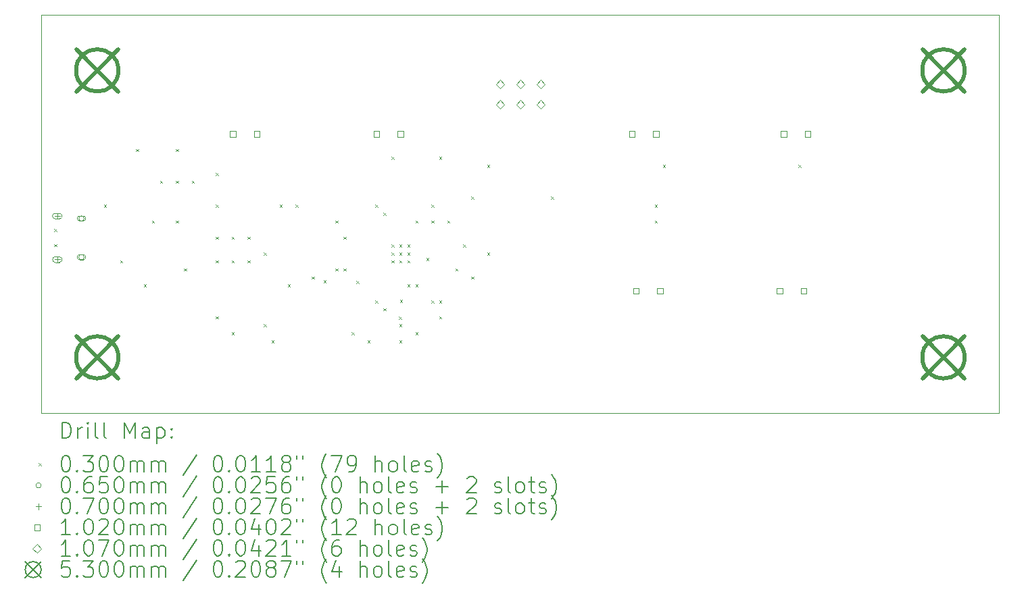
<source format=gbr>
%TF.GenerationSoftware,KiCad,Pcbnew,8.0.4*%
%TF.CreationDate,2024-12-23T16:55:09-08:00*%
%TF.ProjectId,Butterfly_v0,42757474-6572-4666-9c79-5f76302e6b69,rev?*%
%TF.SameCoordinates,Original*%
%TF.FileFunction,Drillmap*%
%TF.FilePolarity,Positive*%
%FSLAX45Y45*%
G04 Gerber Fmt 4.5, Leading zero omitted, Abs format (unit mm)*
G04 Created by KiCad (PCBNEW 8.0.4) date 2024-12-23 16:55:09*
%MOMM*%
%LPD*%
G01*
G04 APERTURE LIST*
%ADD10C,0.050000*%
%ADD11C,0.200000*%
%ADD12C,0.100000*%
%ADD13C,0.102000*%
%ADD14C,0.107000*%
%ADD15C,0.530000*%
G04 APERTURE END LIST*
D10*
X5000000Y-5000000D02*
X17000000Y-5000000D01*
X17000000Y-10000000D01*
X5000000Y-10000000D01*
X5000000Y-5000000D01*
D11*
D12*
X5160000Y-7688750D02*
X5190000Y-7718750D01*
X5190000Y-7688750D02*
X5160000Y-7718750D01*
X5160000Y-7881250D02*
X5190000Y-7911250D01*
X5190000Y-7881250D02*
X5160000Y-7911250D01*
X5785000Y-7385000D02*
X5815000Y-7415000D01*
X5815000Y-7385000D02*
X5785000Y-7415000D01*
X5985000Y-8085000D02*
X6015000Y-8115000D01*
X6015000Y-8085000D02*
X5985000Y-8115000D01*
X6185000Y-6685000D02*
X6215000Y-6715000D01*
X6215000Y-6685000D02*
X6185000Y-6715000D01*
X6285000Y-8385000D02*
X6315000Y-8415000D01*
X6315000Y-8385000D02*
X6285000Y-8415000D01*
X6385000Y-7585000D02*
X6415000Y-7615000D01*
X6415000Y-7585000D02*
X6385000Y-7615000D01*
X6485000Y-7085000D02*
X6515000Y-7115000D01*
X6515000Y-7085000D02*
X6485000Y-7115000D01*
X6685000Y-6685000D02*
X6715000Y-6715000D01*
X6715000Y-6685000D02*
X6685000Y-6715000D01*
X6685000Y-7085000D02*
X6715000Y-7115000D01*
X6715000Y-7085000D02*
X6685000Y-7115000D01*
X6685000Y-7585000D02*
X6715000Y-7615000D01*
X6715000Y-7585000D02*
X6685000Y-7615000D01*
X6785000Y-8185000D02*
X6815000Y-8215000D01*
X6815000Y-8185000D02*
X6785000Y-8215000D01*
X6885000Y-7085000D02*
X6915000Y-7115000D01*
X6915000Y-7085000D02*
X6885000Y-7115000D01*
X7185000Y-6985000D02*
X7215000Y-7015000D01*
X7215000Y-6985000D02*
X7185000Y-7015000D01*
X7185000Y-7385000D02*
X7215000Y-7415000D01*
X7215000Y-7385000D02*
X7185000Y-7415000D01*
X7185000Y-7785000D02*
X7215000Y-7815000D01*
X7215000Y-7785000D02*
X7185000Y-7815000D01*
X7185000Y-8085000D02*
X7215000Y-8115000D01*
X7215000Y-8085000D02*
X7185000Y-8115000D01*
X7185000Y-8785000D02*
X7215000Y-8815000D01*
X7215000Y-8785000D02*
X7185000Y-8815000D01*
X7385000Y-7785000D02*
X7415000Y-7815000D01*
X7415000Y-7785000D02*
X7385000Y-7815000D01*
X7385000Y-8085000D02*
X7415000Y-8115000D01*
X7415000Y-8085000D02*
X7385000Y-8115000D01*
X7385000Y-8985000D02*
X7415000Y-9015000D01*
X7415000Y-8985000D02*
X7385000Y-9015000D01*
X7585000Y-7785000D02*
X7615000Y-7815000D01*
X7615000Y-7785000D02*
X7585000Y-7815000D01*
X7585000Y-8085000D02*
X7615000Y-8115000D01*
X7615000Y-8085000D02*
X7585000Y-8115000D01*
X7785000Y-7985000D02*
X7815000Y-8015000D01*
X7815000Y-7985000D02*
X7785000Y-8015000D01*
X7785000Y-8885000D02*
X7815000Y-8915000D01*
X7815000Y-8885000D02*
X7785000Y-8915000D01*
X7885000Y-9085000D02*
X7915000Y-9115000D01*
X7915000Y-9085000D02*
X7885000Y-9115000D01*
X7985000Y-7385000D02*
X8015000Y-7415000D01*
X8015000Y-7385000D02*
X7985000Y-7415000D01*
X8085000Y-8385000D02*
X8115000Y-8415000D01*
X8115000Y-8385000D02*
X8085000Y-8415000D01*
X8185000Y-7385000D02*
X8215000Y-7415000D01*
X8215000Y-7385000D02*
X8185000Y-7415000D01*
X8385000Y-8285000D02*
X8415000Y-8315000D01*
X8415000Y-8285000D02*
X8385000Y-8315000D01*
X8535000Y-8335000D02*
X8565000Y-8365000D01*
X8565000Y-8335000D02*
X8535000Y-8365000D01*
X8685000Y-7585000D02*
X8715000Y-7615000D01*
X8715000Y-7585000D02*
X8685000Y-7615000D01*
X8685000Y-8185000D02*
X8715000Y-8215000D01*
X8715000Y-8185000D02*
X8685000Y-8215000D01*
X8785000Y-7785000D02*
X8815000Y-7815000D01*
X8815000Y-7785000D02*
X8785000Y-7815000D01*
X8785000Y-8185000D02*
X8815000Y-8215000D01*
X8815000Y-8185000D02*
X8785000Y-8215000D01*
X8885000Y-8985000D02*
X8915000Y-9015000D01*
X8915000Y-8985000D02*
X8885000Y-9015000D01*
X8946741Y-8341743D02*
X8976741Y-8371743D01*
X8976741Y-8341743D02*
X8946741Y-8371743D01*
X9085000Y-9085000D02*
X9115000Y-9115000D01*
X9115000Y-9085000D02*
X9085000Y-9115000D01*
X9185000Y-7385000D02*
X9215000Y-7415000D01*
X9215000Y-7385000D02*
X9185000Y-7415000D01*
X9185000Y-8585000D02*
X9215000Y-8615000D01*
X9215000Y-8585000D02*
X9185000Y-8615000D01*
X9285000Y-7485000D02*
X9315000Y-7515000D01*
X9315000Y-7485000D02*
X9285000Y-7515000D01*
X9285000Y-8685000D02*
X9315000Y-8715000D01*
X9315000Y-8685000D02*
X9285000Y-8715000D01*
X9385000Y-6785000D02*
X9415000Y-6815000D01*
X9415000Y-6785000D02*
X9385000Y-6815000D01*
X9385000Y-7885000D02*
X9415000Y-7915000D01*
X9415000Y-7885000D02*
X9385000Y-7915000D01*
X9385000Y-7985000D02*
X9415000Y-8015000D01*
X9415000Y-7985000D02*
X9385000Y-8015000D01*
X9385000Y-8085000D02*
X9415000Y-8115000D01*
X9415000Y-8085000D02*
X9385000Y-8115000D01*
X9478441Y-8791559D02*
X9508441Y-8821559D01*
X9508441Y-8791559D02*
X9478441Y-8821559D01*
X9485000Y-7885000D02*
X9515000Y-7915000D01*
X9515000Y-7885000D02*
X9485000Y-7915000D01*
X9485000Y-7985000D02*
X9515000Y-8015000D01*
X9515000Y-7985000D02*
X9485000Y-8015000D01*
X9485000Y-8085000D02*
X9515000Y-8115000D01*
X9515000Y-8085000D02*
X9485000Y-8115000D01*
X9485000Y-8885000D02*
X9515000Y-8915000D01*
X9515000Y-8885000D02*
X9485000Y-8915000D01*
X9485000Y-9085000D02*
X9515000Y-9115000D01*
X9515000Y-9085000D02*
X9485000Y-9115000D01*
X9492709Y-8577291D02*
X9522709Y-8607291D01*
X9522709Y-8577291D02*
X9492709Y-8607291D01*
X9585000Y-7885000D02*
X9615000Y-7915000D01*
X9615000Y-7885000D02*
X9585000Y-7915000D01*
X9585000Y-7985000D02*
X9615000Y-8015000D01*
X9615000Y-7985000D02*
X9585000Y-8015000D01*
X9585000Y-8085000D02*
X9615000Y-8115000D01*
X9615000Y-8085000D02*
X9585000Y-8115000D01*
X9585000Y-8385000D02*
X9615000Y-8415000D01*
X9615000Y-8385000D02*
X9585000Y-8415000D01*
X9685000Y-7585000D02*
X9715000Y-7615000D01*
X9715000Y-7585000D02*
X9685000Y-7615000D01*
X9685000Y-8385000D02*
X9715000Y-8415000D01*
X9715000Y-8385000D02*
X9685000Y-8415000D01*
X9685000Y-8985000D02*
X9715000Y-9015000D01*
X9715000Y-8985000D02*
X9685000Y-9015000D01*
X9822500Y-8052500D02*
X9852500Y-8082500D01*
X9852500Y-8052500D02*
X9822500Y-8082500D01*
X9885000Y-7385000D02*
X9915000Y-7415000D01*
X9915000Y-7385000D02*
X9885000Y-7415000D01*
X9885000Y-7585000D02*
X9915000Y-7615000D01*
X9915000Y-7585000D02*
X9885000Y-7615000D01*
X9885000Y-8585000D02*
X9915000Y-8615000D01*
X9915000Y-8585000D02*
X9885000Y-8615000D01*
X9985000Y-6785000D02*
X10015000Y-6815000D01*
X10015000Y-6785000D02*
X9985000Y-6815000D01*
X9985000Y-8585000D02*
X10015000Y-8615000D01*
X10015000Y-8585000D02*
X9985000Y-8615000D01*
X9985000Y-8785000D02*
X10015000Y-8815000D01*
X10015000Y-8785000D02*
X9985000Y-8815000D01*
X10085000Y-7585000D02*
X10115000Y-7615000D01*
X10115000Y-7585000D02*
X10085000Y-7615000D01*
X10185000Y-8185000D02*
X10215000Y-8215000D01*
X10215000Y-8185000D02*
X10185000Y-8215000D01*
X10285000Y-7885000D02*
X10315000Y-7915000D01*
X10315000Y-7885000D02*
X10285000Y-7915000D01*
X10385000Y-7285000D02*
X10415000Y-7315000D01*
X10415000Y-7285000D02*
X10385000Y-7315000D01*
X10385000Y-8285000D02*
X10415000Y-8315000D01*
X10415000Y-8285000D02*
X10385000Y-8315000D01*
X10585000Y-6885000D02*
X10615000Y-6915000D01*
X10615000Y-6885000D02*
X10585000Y-6915000D01*
X10585000Y-7985000D02*
X10615000Y-8015000D01*
X10615000Y-7985000D02*
X10585000Y-8015000D01*
X11385000Y-7285000D02*
X11415000Y-7315000D01*
X11415000Y-7285000D02*
X11385000Y-7315000D01*
X12685000Y-7385000D02*
X12715000Y-7415000D01*
X12715000Y-7385000D02*
X12685000Y-7415000D01*
X12685000Y-7585000D02*
X12715000Y-7615000D01*
X12715000Y-7585000D02*
X12685000Y-7615000D01*
X12785000Y-6885000D02*
X12815000Y-6915000D01*
X12815000Y-6885000D02*
X12785000Y-6915000D01*
X14485000Y-6885000D02*
X14515000Y-6915000D01*
X14515000Y-6885000D02*
X14485000Y-6915000D01*
X5535500Y-7557500D02*
G75*
G02*
X5470500Y-7557500I-32500J0D01*
G01*
X5470500Y-7557500D02*
G75*
G02*
X5535500Y-7557500I32500J0D01*
G01*
X5523000Y-7525000D02*
X5483000Y-7525000D01*
X5483000Y-7590000D02*
G75*
G02*
X5483000Y-7525000I0J32500D01*
G01*
X5483000Y-7590000D02*
X5523000Y-7590000D01*
X5523000Y-7590000D02*
G75*
G03*
X5523000Y-7525000I0J32500D01*
G01*
X5535500Y-8042500D02*
G75*
G02*
X5470500Y-8042500I-32500J0D01*
G01*
X5470500Y-8042500D02*
G75*
G02*
X5535500Y-8042500I32500J0D01*
G01*
X5523000Y-8010000D02*
X5483000Y-8010000D01*
X5483000Y-8075000D02*
G75*
G02*
X5483000Y-8010000I0J32500D01*
G01*
X5483000Y-8075000D02*
X5523000Y-8075000D01*
X5523000Y-8075000D02*
G75*
G03*
X5523000Y-8010000I0J32500D01*
G01*
X5200000Y-7492500D02*
X5200000Y-7562500D01*
X5165000Y-7527500D02*
X5235000Y-7527500D01*
X5225000Y-7492500D02*
X5175000Y-7492500D01*
X5175000Y-7562500D02*
G75*
G02*
X5175000Y-7492500I0J35000D01*
G01*
X5175000Y-7562500D02*
X5225000Y-7562500D01*
X5225000Y-7562500D02*
G75*
G03*
X5225000Y-7492500I0J35000D01*
G01*
X5200000Y-8037500D02*
X5200000Y-8107500D01*
X5165000Y-8072500D02*
X5235000Y-8072500D01*
X5225000Y-8037500D02*
X5175000Y-8037500D01*
X5175000Y-8107500D02*
G75*
G02*
X5175000Y-8037500I0J35000D01*
G01*
X5175000Y-8107500D02*
X5225000Y-8107500D01*
X5225000Y-8107500D02*
G75*
G03*
X5225000Y-8037500I0J35000D01*
G01*
D13*
X7436063Y-6536063D02*
X7436063Y-6463937D01*
X7363937Y-6463937D01*
X7363937Y-6536063D01*
X7436063Y-6536063D01*
X7736063Y-6536063D02*
X7736063Y-6463937D01*
X7663937Y-6463937D01*
X7663937Y-6536063D01*
X7736063Y-6536063D01*
X9236063Y-6536063D02*
X9236063Y-6463937D01*
X9163937Y-6463937D01*
X9163937Y-6536063D01*
X9236063Y-6536063D01*
X9536063Y-6536063D02*
X9536063Y-6463937D01*
X9463937Y-6463937D01*
X9463937Y-6536063D01*
X9536063Y-6536063D01*
X12436063Y-6536063D02*
X12436063Y-6463937D01*
X12363937Y-6463937D01*
X12363937Y-6536063D01*
X12436063Y-6536063D01*
X12486063Y-8504063D02*
X12486063Y-8431937D01*
X12413937Y-8431937D01*
X12413937Y-8504063D01*
X12486063Y-8504063D01*
X12736063Y-6536063D02*
X12736063Y-6463937D01*
X12663937Y-6463937D01*
X12663937Y-6536063D01*
X12736063Y-6536063D01*
X12786063Y-8504063D02*
X12786063Y-8431937D01*
X12713937Y-8431937D01*
X12713937Y-8504063D01*
X12786063Y-8504063D01*
X14286063Y-8504063D02*
X14286063Y-8431937D01*
X14213937Y-8431937D01*
X14213937Y-8504063D01*
X14286063Y-8504063D01*
X14336063Y-6536063D02*
X14336063Y-6463937D01*
X14263937Y-6463937D01*
X14263937Y-6536063D01*
X14336063Y-6536063D01*
X14586063Y-8504063D02*
X14586063Y-8431937D01*
X14513937Y-8431937D01*
X14513937Y-8504063D01*
X14586063Y-8504063D01*
X14636063Y-6536063D02*
X14636063Y-6463937D01*
X14563937Y-6463937D01*
X14563937Y-6536063D01*
X14636063Y-6536063D01*
D14*
X10746000Y-5926500D02*
X10799500Y-5873000D01*
X10746000Y-5819500D01*
X10692500Y-5873000D01*
X10746000Y-5926500D01*
X10746000Y-6180500D02*
X10799500Y-6127000D01*
X10746000Y-6073500D01*
X10692500Y-6127000D01*
X10746000Y-6180500D01*
X11000000Y-5926500D02*
X11053500Y-5873000D01*
X11000000Y-5819500D01*
X10946500Y-5873000D01*
X11000000Y-5926500D01*
X11000000Y-6180500D02*
X11053500Y-6127000D01*
X11000000Y-6073500D01*
X10946500Y-6127000D01*
X11000000Y-6180500D01*
X11254000Y-5926500D02*
X11307500Y-5873000D01*
X11254000Y-5819500D01*
X11200500Y-5873000D01*
X11254000Y-5926500D01*
X11254000Y-6180500D02*
X11307500Y-6127000D01*
X11254000Y-6073500D01*
X11200500Y-6127000D01*
X11254000Y-6180500D01*
D15*
X5435000Y-5435000D02*
X5965000Y-5965000D01*
X5965000Y-5435000D02*
X5435000Y-5965000D01*
X5965000Y-5700000D02*
G75*
G02*
X5435000Y-5700000I-265000J0D01*
G01*
X5435000Y-5700000D02*
G75*
G02*
X5965000Y-5700000I265000J0D01*
G01*
X5435000Y-9035000D02*
X5965000Y-9565000D01*
X5965000Y-9035000D02*
X5435000Y-9565000D01*
X5965000Y-9300000D02*
G75*
G02*
X5435000Y-9300000I-265000J0D01*
G01*
X5435000Y-9300000D02*
G75*
G02*
X5965000Y-9300000I265000J0D01*
G01*
X16035000Y-5435000D02*
X16565000Y-5965000D01*
X16565000Y-5435000D02*
X16035000Y-5965000D01*
X16565000Y-5700000D02*
G75*
G02*
X16035000Y-5700000I-265000J0D01*
G01*
X16035000Y-5700000D02*
G75*
G02*
X16565000Y-5700000I265000J0D01*
G01*
X16035000Y-9035000D02*
X16565000Y-9565000D01*
X16565000Y-9035000D02*
X16035000Y-9565000D01*
X16565000Y-9300000D02*
G75*
G02*
X16035000Y-9300000I-265000J0D01*
G01*
X16035000Y-9300000D02*
G75*
G02*
X16565000Y-9300000I265000J0D01*
G01*
D11*
X5258277Y-10313984D02*
X5258277Y-10113984D01*
X5258277Y-10113984D02*
X5305896Y-10113984D01*
X5305896Y-10113984D02*
X5334467Y-10123508D01*
X5334467Y-10123508D02*
X5353515Y-10142555D01*
X5353515Y-10142555D02*
X5363039Y-10161603D01*
X5363039Y-10161603D02*
X5372563Y-10199698D01*
X5372563Y-10199698D02*
X5372563Y-10228270D01*
X5372563Y-10228270D02*
X5363039Y-10266365D01*
X5363039Y-10266365D02*
X5353515Y-10285412D01*
X5353515Y-10285412D02*
X5334467Y-10304460D01*
X5334467Y-10304460D02*
X5305896Y-10313984D01*
X5305896Y-10313984D02*
X5258277Y-10313984D01*
X5458277Y-10313984D02*
X5458277Y-10180650D01*
X5458277Y-10218746D02*
X5467801Y-10199698D01*
X5467801Y-10199698D02*
X5477324Y-10190174D01*
X5477324Y-10190174D02*
X5496372Y-10180650D01*
X5496372Y-10180650D02*
X5515420Y-10180650D01*
X5582086Y-10313984D02*
X5582086Y-10180650D01*
X5582086Y-10113984D02*
X5572563Y-10123508D01*
X5572563Y-10123508D02*
X5582086Y-10133031D01*
X5582086Y-10133031D02*
X5591610Y-10123508D01*
X5591610Y-10123508D02*
X5582086Y-10113984D01*
X5582086Y-10113984D02*
X5582086Y-10133031D01*
X5705896Y-10313984D02*
X5686848Y-10304460D01*
X5686848Y-10304460D02*
X5677324Y-10285412D01*
X5677324Y-10285412D02*
X5677324Y-10113984D01*
X5810658Y-10313984D02*
X5791610Y-10304460D01*
X5791610Y-10304460D02*
X5782086Y-10285412D01*
X5782086Y-10285412D02*
X5782086Y-10113984D01*
X6039229Y-10313984D02*
X6039229Y-10113984D01*
X6039229Y-10113984D02*
X6105896Y-10256841D01*
X6105896Y-10256841D02*
X6172562Y-10113984D01*
X6172562Y-10113984D02*
X6172562Y-10313984D01*
X6353515Y-10313984D02*
X6353515Y-10209222D01*
X6353515Y-10209222D02*
X6343991Y-10190174D01*
X6343991Y-10190174D02*
X6324943Y-10180650D01*
X6324943Y-10180650D02*
X6286848Y-10180650D01*
X6286848Y-10180650D02*
X6267801Y-10190174D01*
X6353515Y-10304460D02*
X6334467Y-10313984D01*
X6334467Y-10313984D02*
X6286848Y-10313984D01*
X6286848Y-10313984D02*
X6267801Y-10304460D01*
X6267801Y-10304460D02*
X6258277Y-10285412D01*
X6258277Y-10285412D02*
X6258277Y-10266365D01*
X6258277Y-10266365D02*
X6267801Y-10247317D01*
X6267801Y-10247317D02*
X6286848Y-10237793D01*
X6286848Y-10237793D02*
X6334467Y-10237793D01*
X6334467Y-10237793D02*
X6353515Y-10228270D01*
X6448753Y-10180650D02*
X6448753Y-10380650D01*
X6448753Y-10190174D02*
X6467801Y-10180650D01*
X6467801Y-10180650D02*
X6505896Y-10180650D01*
X6505896Y-10180650D02*
X6524943Y-10190174D01*
X6524943Y-10190174D02*
X6534467Y-10199698D01*
X6534467Y-10199698D02*
X6543991Y-10218746D01*
X6543991Y-10218746D02*
X6543991Y-10275889D01*
X6543991Y-10275889D02*
X6534467Y-10294936D01*
X6534467Y-10294936D02*
X6524943Y-10304460D01*
X6524943Y-10304460D02*
X6505896Y-10313984D01*
X6505896Y-10313984D02*
X6467801Y-10313984D01*
X6467801Y-10313984D02*
X6448753Y-10304460D01*
X6629705Y-10294936D02*
X6639229Y-10304460D01*
X6639229Y-10304460D02*
X6629705Y-10313984D01*
X6629705Y-10313984D02*
X6620182Y-10304460D01*
X6620182Y-10304460D02*
X6629705Y-10294936D01*
X6629705Y-10294936D02*
X6629705Y-10313984D01*
X6629705Y-10190174D02*
X6639229Y-10199698D01*
X6639229Y-10199698D02*
X6629705Y-10209222D01*
X6629705Y-10209222D02*
X6620182Y-10199698D01*
X6620182Y-10199698D02*
X6629705Y-10190174D01*
X6629705Y-10190174D02*
X6629705Y-10209222D01*
D12*
X4967500Y-10627500D02*
X4997500Y-10657500D01*
X4997500Y-10627500D02*
X4967500Y-10657500D01*
D11*
X5296372Y-10533984D02*
X5315420Y-10533984D01*
X5315420Y-10533984D02*
X5334467Y-10543508D01*
X5334467Y-10543508D02*
X5343991Y-10553031D01*
X5343991Y-10553031D02*
X5353515Y-10572079D01*
X5353515Y-10572079D02*
X5363039Y-10610174D01*
X5363039Y-10610174D02*
X5363039Y-10657793D01*
X5363039Y-10657793D02*
X5353515Y-10695889D01*
X5353515Y-10695889D02*
X5343991Y-10714936D01*
X5343991Y-10714936D02*
X5334467Y-10724460D01*
X5334467Y-10724460D02*
X5315420Y-10733984D01*
X5315420Y-10733984D02*
X5296372Y-10733984D01*
X5296372Y-10733984D02*
X5277324Y-10724460D01*
X5277324Y-10724460D02*
X5267801Y-10714936D01*
X5267801Y-10714936D02*
X5258277Y-10695889D01*
X5258277Y-10695889D02*
X5248753Y-10657793D01*
X5248753Y-10657793D02*
X5248753Y-10610174D01*
X5248753Y-10610174D02*
X5258277Y-10572079D01*
X5258277Y-10572079D02*
X5267801Y-10553031D01*
X5267801Y-10553031D02*
X5277324Y-10543508D01*
X5277324Y-10543508D02*
X5296372Y-10533984D01*
X5448753Y-10714936D02*
X5458277Y-10724460D01*
X5458277Y-10724460D02*
X5448753Y-10733984D01*
X5448753Y-10733984D02*
X5439229Y-10724460D01*
X5439229Y-10724460D02*
X5448753Y-10714936D01*
X5448753Y-10714936D02*
X5448753Y-10733984D01*
X5524944Y-10533984D02*
X5648753Y-10533984D01*
X5648753Y-10533984D02*
X5582086Y-10610174D01*
X5582086Y-10610174D02*
X5610658Y-10610174D01*
X5610658Y-10610174D02*
X5629705Y-10619698D01*
X5629705Y-10619698D02*
X5639229Y-10629222D01*
X5639229Y-10629222D02*
X5648753Y-10648270D01*
X5648753Y-10648270D02*
X5648753Y-10695889D01*
X5648753Y-10695889D02*
X5639229Y-10714936D01*
X5639229Y-10714936D02*
X5629705Y-10724460D01*
X5629705Y-10724460D02*
X5610658Y-10733984D01*
X5610658Y-10733984D02*
X5553515Y-10733984D01*
X5553515Y-10733984D02*
X5534467Y-10724460D01*
X5534467Y-10724460D02*
X5524944Y-10714936D01*
X5772562Y-10533984D02*
X5791610Y-10533984D01*
X5791610Y-10533984D02*
X5810658Y-10543508D01*
X5810658Y-10543508D02*
X5820182Y-10553031D01*
X5820182Y-10553031D02*
X5829705Y-10572079D01*
X5829705Y-10572079D02*
X5839229Y-10610174D01*
X5839229Y-10610174D02*
X5839229Y-10657793D01*
X5839229Y-10657793D02*
X5829705Y-10695889D01*
X5829705Y-10695889D02*
X5820182Y-10714936D01*
X5820182Y-10714936D02*
X5810658Y-10724460D01*
X5810658Y-10724460D02*
X5791610Y-10733984D01*
X5791610Y-10733984D02*
X5772562Y-10733984D01*
X5772562Y-10733984D02*
X5753515Y-10724460D01*
X5753515Y-10724460D02*
X5743991Y-10714936D01*
X5743991Y-10714936D02*
X5734467Y-10695889D01*
X5734467Y-10695889D02*
X5724943Y-10657793D01*
X5724943Y-10657793D02*
X5724943Y-10610174D01*
X5724943Y-10610174D02*
X5734467Y-10572079D01*
X5734467Y-10572079D02*
X5743991Y-10553031D01*
X5743991Y-10553031D02*
X5753515Y-10543508D01*
X5753515Y-10543508D02*
X5772562Y-10533984D01*
X5963039Y-10533984D02*
X5982086Y-10533984D01*
X5982086Y-10533984D02*
X6001134Y-10543508D01*
X6001134Y-10543508D02*
X6010658Y-10553031D01*
X6010658Y-10553031D02*
X6020182Y-10572079D01*
X6020182Y-10572079D02*
X6029705Y-10610174D01*
X6029705Y-10610174D02*
X6029705Y-10657793D01*
X6029705Y-10657793D02*
X6020182Y-10695889D01*
X6020182Y-10695889D02*
X6010658Y-10714936D01*
X6010658Y-10714936D02*
X6001134Y-10724460D01*
X6001134Y-10724460D02*
X5982086Y-10733984D01*
X5982086Y-10733984D02*
X5963039Y-10733984D01*
X5963039Y-10733984D02*
X5943991Y-10724460D01*
X5943991Y-10724460D02*
X5934467Y-10714936D01*
X5934467Y-10714936D02*
X5924943Y-10695889D01*
X5924943Y-10695889D02*
X5915420Y-10657793D01*
X5915420Y-10657793D02*
X5915420Y-10610174D01*
X5915420Y-10610174D02*
X5924943Y-10572079D01*
X5924943Y-10572079D02*
X5934467Y-10553031D01*
X5934467Y-10553031D02*
X5943991Y-10543508D01*
X5943991Y-10543508D02*
X5963039Y-10533984D01*
X6115420Y-10733984D02*
X6115420Y-10600650D01*
X6115420Y-10619698D02*
X6124943Y-10610174D01*
X6124943Y-10610174D02*
X6143991Y-10600650D01*
X6143991Y-10600650D02*
X6172563Y-10600650D01*
X6172563Y-10600650D02*
X6191610Y-10610174D01*
X6191610Y-10610174D02*
X6201134Y-10629222D01*
X6201134Y-10629222D02*
X6201134Y-10733984D01*
X6201134Y-10629222D02*
X6210658Y-10610174D01*
X6210658Y-10610174D02*
X6229705Y-10600650D01*
X6229705Y-10600650D02*
X6258277Y-10600650D01*
X6258277Y-10600650D02*
X6277324Y-10610174D01*
X6277324Y-10610174D02*
X6286848Y-10629222D01*
X6286848Y-10629222D02*
X6286848Y-10733984D01*
X6382086Y-10733984D02*
X6382086Y-10600650D01*
X6382086Y-10619698D02*
X6391610Y-10610174D01*
X6391610Y-10610174D02*
X6410658Y-10600650D01*
X6410658Y-10600650D02*
X6439229Y-10600650D01*
X6439229Y-10600650D02*
X6458277Y-10610174D01*
X6458277Y-10610174D02*
X6467801Y-10629222D01*
X6467801Y-10629222D02*
X6467801Y-10733984D01*
X6467801Y-10629222D02*
X6477324Y-10610174D01*
X6477324Y-10610174D02*
X6496372Y-10600650D01*
X6496372Y-10600650D02*
X6524943Y-10600650D01*
X6524943Y-10600650D02*
X6543991Y-10610174D01*
X6543991Y-10610174D02*
X6553515Y-10629222D01*
X6553515Y-10629222D02*
X6553515Y-10733984D01*
X6943991Y-10524460D02*
X6772563Y-10781603D01*
X7201134Y-10533984D02*
X7220182Y-10533984D01*
X7220182Y-10533984D02*
X7239229Y-10543508D01*
X7239229Y-10543508D02*
X7248753Y-10553031D01*
X7248753Y-10553031D02*
X7258277Y-10572079D01*
X7258277Y-10572079D02*
X7267801Y-10610174D01*
X7267801Y-10610174D02*
X7267801Y-10657793D01*
X7267801Y-10657793D02*
X7258277Y-10695889D01*
X7258277Y-10695889D02*
X7248753Y-10714936D01*
X7248753Y-10714936D02*
X7239229Y-10724460D01*
X7239229Y-10724460D02*
X7220182Y-10733984D01*
X7220182Y-10733984D02*
X7201134Y-10733984D01*
X7201134Y-10733984D02*
X7182086Y-10724460D01*
X7182086Y-10724460D02*
X7172563Y-10714936D01*
X7172563Y-10714936D02*
X7163039Y-10695889D01*
X7163039Y-10695889D02*
X7153515Y-10657793D01*
X7153515Y-10657793D02*
X7153515Y-10610174D01*
X7153515Y-10610174D02*
X7163039Y-10572079D01*
X7163039Y-10572079D02*
X7172563Y-10553031D01*
X7172563Y-10553031D02*
X7182086Y-10543508D01*
X7182086Y-10543508D02*
X7201134Y-10533984D01*
X7353515Y-10714936D02*
X7363039Y-10724460D01*
X7363039Y-10724460D02*
X7353515Y-10733984D01*
X7353515Y-10733984D02*
X7343991Y-10724460D01*
X7343991Y-10724460D02*
X7353515Y-10714936D01*
X7353515Y-10714936D02*
X7353515Y-10733984D01*
X7486848Y-10533984D02*
X7505896Y-10533984D01*
X7505896Y-10533984D02*
X7524944Y-10543508D01*
X7524944Y-10543508D02*
X7534467Y-10553031D01*
X7534467Y-10553031D02*
X7543991Y-10572079D01*
X7543991Y-10572079D02*
X7553515Y-10610174D01*
X7553515Y-10610174D02*
X7553515Y-10657793D01*
X7553515Y-10657793D02*
X7543991Y-10695889D01*
X7543991Y-10695889D02*
X7534467Y-10714936D01*
X7534467Y-10714936D02*
X7524944Y-10724460D01*
X7524944Y-10724460D02*
X7505896Y-10733984D01*
X7505896Y-10733984D02*
X7486848Y-10733984D01*
X7486848Y-10733984D02*
X7467801Y-10724460D01*
X7467801Y-10724460D02*
X7458277Y-10714936D01*
X7458277Y-10714936D02*
X7448753Y-10695889D01*
X7448753Y-10695889D02*
X7439229Y-10657793D01*
X7439229Y-10657793D02*
X7439229Y-10610174D01*
X7439229Y-10610174D02*
X7448753Y-10572079D01*
X7448753Y-10572079D02*
X7458277Y-10553031D01*
X7458277Y-10553031D02*
X7467801Y-10543508D01*
X7467801Y-10543508D02*
X7486848Y-10533984D01*
X7743991Y-10733984D02*
X7629706Y-10733984D01*
X7686848Y-10733984D02*
X7686848Y-10533984D01*
X7686848Y-10533984D02*
X7667801Y-10562555D01*
X7667801Y-10562555D02*
X7648753Y-10581603D01*
X7648753Y-10581603D02*
X7629706Y-10591127D01*
X7934467Y-10733984D02*
X7820182Y-10733984D01*
X7877325Y-10733984D02*
X7877325Y-10533984D01*
X7877325Y-10533984D02*
X7858277Y-10562555D01*
X7858277Y-10562555D02*
X7839229Y-10581603D01*
X7839229Y-10581603D02*
X7820182Y-10591127D01*
X8048753Y-10619698D02*
X8029706Y-10610174D01*
X8029706Y-10610174D02*
X8020182Y-10600650D01*
X8020182Y-10600650D02*
X8010658Y-10581603D01*
X8010658Y-10581603D02*
X8010658Y-10572079D01*
X8010658Y-10572079D02*
X8020182Y-10553031D01*
X8020182Y-10553031D02*
X8029706Y-10543508D01*
X8029706Y-10543508D02*
X8048753Y-10533984D01*
X8048753Y-10533984D02*
X8086848Y-10533984D01*
X8086848Y-10533984D02*
X8105896Y-10543508D01*
X8105896Y-10543508D02*
X8115420Y-10553031D01*
X8115420Y-10553031D02*
X8124944Y-10572079D01*
X8124944Y-10572079D02*
X8124944Y-10581603D01*
X8124944Y-10581603D02*
X8115420Y-10600650D01*
X8115420Y-10600650D02*
X8105896Y-10610174D01*
X8105896Y-10610174D02*
X8086848Y-10619698D01*
X8086848Y-10619698D02*
X8048753Y-10619698D01*
X8048753Y-10619698D02*
X8029706Y-10629222D01*
X8029706Y-10629222D02*
X8020182Y-10638746D01*
X8020182Y-10638746D02*
X8010658Y-10657793D01*
X8010658Y-10657793D02*
X8010658Y-10695889D01*
X8010658Y-10695889D02*
X8020182Y-10714936D01*
X8020182Y-10714936D02*
X8029706Y-10724460D01*
X8029706Y-10724460D02*
X8048753Y-10733984D01*
X8048753Y-10733984D02*
X8086848Y-10733984D01*
X8086848Y-10733984D02*
X8105896Y-10724460D01*
X8105896Y-10724460D02*
X8115420Y-10714936D01*
X8115420Y-10714936D02*
X8124944Y-10695889D01*
X8124944Y-10695889D02*
X8124944Y-10657793D01*
X8124944Y-10657793D02*
X8115420Y-10638746D01*
X8115420Y-10638746D02*
X8105896Y-10629222D01*
X8105896Y-10629222D02*
X8086848Y-10619698D01*
X8201134Y-10533984D02*
X8201134Y-10572079D01*
X8277325Y-10533984D02*
X8277325Y-10572079D01*
X8572563Y-10810174D02*
X8563039Y-10800650D01*
X8563039Y-10800650D02*
X8543991Y-10772079D01*
X8543991Y-10772079D02*
X8534468Y-10753031D01*
X8534468Y-10753031D02*
X8524944Y-10724460D01*
X8524944Y-10724460D02*
X8515420Y-10676841D01*
X8515420Y-10676841D02*
X8515420Y-10638746D01*
X8515420Y-10638746D02*
X8524944Y-10591127D01*
X8524944Y-10591127D02*
X8534468Y-10562555D01*
X8534468Y-10562555D02*
X8543991Y-10543508D01*
X8543991Y-10543508D02*
X8563039Y-10514936D01*
X8563039Y-10514936D02*
X8572563Y-10505412D01*
X8629706Y-10533984D02*
X8763039Y-10533984D01*
X8763039Y-10533984D02*
X8677325Y-10733984D01*
X8848753Y-10733984D02*
X8886849Y-10733984D01*
X8886849Y-10733984D02*
X8905896Y-10724460D01*
X8905896Y-10724460D02*
X8915420Y-10714936D01*
X8915420Y-10714936D02*
X8934468Y-10686365D01*
X8934468Y-10686365D02*
X8943991Y-10648270D01*
X8943991Y-10648270D02*
X8943991Y-10572079D01*
X8943991Y-10572079D02*
X8934468Y-10553031D01*
X8934468Y-10553031D02*
X8924944Y-10543508D01*
X8924944Y-10543508D02*
X8905896Y-10533984D01*
X8905896Y-10533984D02*
X8867801Y-10533984D01*
X8867801Y-10533984D02*
X8848753Y-10543508D01*
X8848753Y-10543508D02*
X8839230Y-10553031D01*
X8839230Y-10553031D02*
X8829706Y-10572079D01*
X8829706Y-10572079D02*
X8829706Y-10619698D01*
X8829706Y-10619698D02*
X8839230Y-10638746D01*
X8839230Y-10638746D02*
X8848753Y-10648270D01*
X8848753Y-10648270D02*
X8867801Y-10657793D01*
X8867801Y-10657793D02*
X8905896Y-10657793D01*
X8905896Y-10657793D02*
X8924944Y-10648270D01*
X8924944Y-10648270D02*
X8934468Y-10638746D01*
X8934468Y-10638746D02*
X8943991Y-10619698D01*
X9182087Y-10733984D02*
X9182087Y-10533984D01*
X9267801Y-10733984D02*
X9267801Y-10629222D01*
X9267801Y-10629222D02*
X9258277Y-10610174D01*
X9258277Y-10610174D02*
X9239230Y-10600650D01*
X9239230Y-10600650D02*
X9210658Y-10600650D01*
X9210658Y-10600650D02*
X9191611Y-10610174D01*
X9191611Y-10610174D02*
X9182087Y-10619698D01*
X9391611Y-10733984D02*
X9372563Y-10724460D01*
X9372563Y-10724460D02*
X9363039Y-10714936D01*
X9363039Y-10714936D02*
X9353515Y-10695889D01*
X9353515Y-10695889D02*
X9353515Y-10638746D01*
X9353515Y-10638746D02*
X9363039Y-10619698D01*
X9363039Y-10619698D02*
X9372563Y-10610174D01*
X9372563Y-10610174D02*
X9391611Y-10600650D01*
X9391611Y-10600650D02*
X9420182Y-10600650D01*
X9420182Y-10600650D02*
X9439230Y-10610174D01*
X9439230Y-10610174D02*
X9448753Y-10619698D01*
X9448753Y-10619698D02*
X9458277Y-10638746D01*
X9458277Y-10638746D02*
X9458277Y-10695889D01*
X9458277Y-10695889D02*
X9448753Y-10714936D01*
X9448753Y-10714936D02*
X9439230Y-10724460D01*
X9439230Y-10724460D02*
X9420182Y-10733984D01*
X9420182Y-10733984D02*
X9391611Y-10733984D01*
X9572563Y-10733984D02*
X9553515Y-10724460D01*
X9553515Y-10724460D02*
X9543992Y-10705412D01*
X9543992Y-10705412D02*
X9543992Y-10533984D01*
X9724944Y-10724460D02*
X9705896Y-10733984D01*
X9705896Y-10733984D02*
X9667801Y-10733984D01*
X9667801Y-10733984D02*
X9648753Y-10724460D01*
X9648753Y-10724460D02*
X9639230Y-10705412D01*
X9639230Y-10705412D02*
X9639230Y-10629222D01*
X9639230Y-10629222D02*
X9648753Y-10610174D01*
X9648753Y-10610174D02*
X9667801Y-10600650D01*
X9667801Y-10600650D02*
X9705896Y-10600650D01*
X9705896Y-10600650D02*
X9724944Y-10610174D01*
X9724944Y-10610174D02*
X9734468Y-10629222D01*
X9734468Y-10629222D02*
X9734468Y-10648270D01*
X9734468Y-10648270D02*
X9639230Y-10667317D01*
X9810658Y-10724460D02*
X9829706Y-10733984D01*
X9829706Y-10733984D02*
X9867801Y-10733984D01*
X9867801Y-10733984D02*
X9886849Y-10724460D01*
X9886849Y-10724460D02*
X9896373Y-10705412D01*
X9896373Y-10705412D02*
X9896373Y-10695889D01*
X9896373Y-10695889D02*
X9886849Y-10676841D01*
X9886849Y-10676841D02*
X9867801Y-10667317D01*
X9867801Y-10667317D02*
X9839230Y-10667317D01*
X9839230Y-10667317D02*
X9820182Y-10657793D01*
X9820182Y-10657793D02*
X9810658Y-10638746D01*
X9810658Y-10638746D02*
X9810658Y-10629222D01*
X9810658Y-10629222D02*
X9820182Y-10610174D01*
X9820182Y-10610174D02*
X9839230Y-10600650D01*
X9839230Y-10600650D02*
X9867801Y-10600650D01*
X9867801Y-10600650D02*
X9886849Y-10610174D01*
X9963039Y-10810174D02*
X9972563Y-10800650D01*
X9972563Y-10800650D02*
X9991611Y-10772079D01*
X9991611Y-10772079D02*
X10001134Y-10753031D01*
X10001134Y-10753031D02*
X10010658Y-10724460D01*
X10010658Y-10724460D02*
X10020182Y-10676841D01*
X10020182Y-10676841D02*
X10020182Y-10638746D01*
X10020182Y-10638746D02*
X10010658Y-10591127D01*
X10010658Y-10591127D02*
X10001134Y-10562555D01*
X10001134Y-10562555D02*
X9991611Y-10543508D01*
X9991611Y-10543508D02*
X9972563Y-10514936D01*
X9972563Y-10514936D02*
X9963039Y-10505412D01*
D12*
X4997500Y-10906500D02*
G75*
G02*
X4932500Y-10906500I-32500J0D01*
G01*
X4932500Y-10906500D02*
G75*
G02*
X4997500Y-10906500I32500J0D01*
G01*
D11*
X5296372Y-10797984D02*
X5315420Y-10797984D01*
X5315420Y-10797984D02*
X5334467Y-10807508D01*
X5334467Y-10807508D02*
X5343991Y-10817031D01*
X5343991Y-10817031D02*
X5353515Y-10836079D01*
X5353515Y-10836079D02*
X5363039Y-10874174D01*
X5363039Y-10874174D02*
X5363039Y-10921793D01*
X5363039Y-10921793D02*
X5353515Y-10959889D01*
X5353515Y-10959889D02*
X5343991Y-10978936D01*
X5343991Y-10978936D02*
X5334467Y-10988460D01*
X5334467Y-10988460D02*
X5315420Y-10997984D01*
X5315420Y-10997984D02*
X5296372Y-10997984D01*
X5296372Y-10997984D02*
X5277324Y-10988460D01*
X5277324Y-10988460D02*
X5267801Y-10978936D01*
X5267801Y-10978936D02*
X5258277Y-10959889D01*
X5258277Y-10959889D02*
X5248753Y-10921793D01*
X5248753Y-10921793D02*
X5248753Y-10874174D01*
X5248753Y-10874174D02*
X5258277Y-10836079D01*
X5258277Y-10836079D02*
X5267801Y-10817031D01*
X5267801Y-10817031D02*
X5277324Y-10807508D01*
X5277324Y-10807508D02*
X5296372Y-10797984D01*
X5448753Y-10978936D02*
X5458277Y-10988460D01*
X5458277Y-10988460D02*
X5448753Y-10997984D01*
X5448753Y-10997984D02*
X5439229Y-10988460D01*
X5439229Y-10988460D02*
X5448753Y-10978936D01*
X5448753Y-10978936D02*
X5448753Y-10997984D01*
X5629705Y-10797984D02*
X5591610Y-10797984D01*
X5591610Y-10797984D02*
X5572563Y-10807508D01*
X5572563Y-10807508D02*
X5563039Y-10817031D01*
X5563039Y-10817031D02*
X5543991Y-10845603D01*
X5543991Y-10845603D02*
X5534467Y-10883698D01*
X5534467Y-10883698D02*
X5534467Y-10959889D01*
X5534467Y-10959889D02*
X5543991Y-10978936D01*
X5543991Y-10978936D02*
X5553515Y-10988460D01*
X5553515Y-10988460D02*
X5572563Y-10997984D01*
X5572563Y-10997984D02*
X5610658Y-10997984D01*
X5610658Y-10997984D02*
X5629705Y-10988460D01*
X5629705Y-10988460D02*
X5639229Y-10978936D01*
X5639229Y-10978936D02*
X5648753Y-10959889D01*
X5648753Y-10959889D02*
X5648753Y-10912270D01*
X5648753Y-10912270D02*
X5639229Y-10893222D01*
X5639229Y-10893222D02*
X5629705Y-10883698D01*
X5629705Y-10883698D02*
X5610658Y-10874174D01*
X5610658Y-10874174D02*
X5572563Y-10874174D01*
X5572563Y-10874174D02*
X5553515Y-10883698D01*
X5553515Y-10883698D02*
X5543991Y-10893222D01*
X5543991Y-10893222D02*
X5534467Y-10912270D01*
X5829705Y-10797984D02*
X5734467Y-10797984D01*
X5734467Y-10797984D02*
X5724943Y-10893222D01*
X5724943Y-10893222D02*
X5734467Y-10883698D01*
X5734467Y-10883698D02*
X5753515Y-10874174D01*
X5753515Y-10874174D02*
X5801134Y-10874174D01*
X5801134Y-10874174D02*
X5820182Y-10883698D01*
X5820182Y-10883698D02*
X5829705Y-10893222D01*
X5829705Y-10893222D02*
X5839229Y-10912270D01*
X5839229Y-10912270D02*
X5839229Y-10959889D01*
X5839229Y-10959889D02*
X5829705Y-10978936D01*
X5829705Y-10978936D02*
X5820182Y-10988460D01*
X5820182Y-10988460D02*
X5801134Y-10997984D01*
X5801134Y-10997984D02*
X5753515Y-10997984D01*
X5753515Y-10997984D02*
X5734467Y-10988460D01*
X5734467Y-10988460D02*
X5724943Y-10978936D01*
X5963039Y-10797984D02*
X5982086Y-10797984D01*
X5982086Y-10797984D02*
X6001134Y-10807508D01*
X6001134Y-10807508D02*
X6010658Y-10817031D01*
X6010658Y-10817031D02*
X6020182Y-10836079D01*
X6020182Y-10836079D02*
X6029705Y-10874174D01*
X6029705Y-10874174D02*
X6029705Y-10921793D01*
X6029705Y-10921793D02*
X6020182Y-10959889D01*
X6020182Y-10959889D02*
X6010658Y-10978936D01*
X6010658Y-10978936D02*
X6001134Y-10988460D01*
X6001134Y-10988460D02*
X5982086Y-10997984D01*
X5982086Y-10997984D02*
X5963039Y-10997984D01*
X5963039Y-10997984D02*
X5943991Y-10988460D01*
X5943991Y-10988460D02*
X5934467Y-10978936D01*
X5934467Y-10978936D02*
X5924943Y-10959889D01*
X5924943Y-10959889D02*
X5915420Y-10921793D01*
X5915420Y-10921793D02*
X5915420Y-10874174D01*
X5915420Y-10874174D02*
X5924943Y-10836079D01*
X5924943Y-10836079D02*
X5934467Y-10817031D01*
X5934467Y-10817031D02*
X5943991Y-10807508D01*
X5943991Y-10807508D02*
X5963039Y-10797984D01*
X6115420Y-10997984D02*
X6115420Y-10864650D01*
X6115420Y-10883698D02*
X6124943Y-10874174D01*
X6124943Y-10874174D02*
X6143991Y-10864650D01*
X6143991Y-10864650D02*
X6172563Y-10864650D01*
X6172563Y-10864650D02*
X6191610Y-10874174D01*
X6191610Y-10874174D02*
X6201134Y-10893222D01*
X6201134Y-10893222D02*
X6201134Y-10997984D01*
X6201134Y-10893222D02*
X6210658Y-10874174D01*
X6210658Y-10874174D02*
X6229705Y-10864650D01*
X6229705Y-10864650D02*
X6258277Y-10864650D01*
X6258277Y-10864650D02*
X6277324Y-10874174D01*
X6277324Y-10874174D02*
X6286848Y-10893222D01*
X6286848Y-10893222D02*
X6286848Y-10997984D01*
X6382086Y-10997984D02*
X6382086Y-10864650D01*
X6382086Y-10883698D02*
X6391610Y-10874174D01*
X6391610Y-10874174D02*
X6410658Y-10864650D01*
X6410658Y-10864650D02*
X6439229Y-10864650D01*
X6439229Y-10864650D02*
X6458277Y-10874174D01*
X6458277Y-10874174D02*
X6467801Y-10893222D01*
X6467801Y-10893222D02*
X6467801Y-10997984D01*
X6467801Y-10893222D02*
X6477324Y-10874174D01*
X6477324Y-10874174D02*
X6496372Y-10864650D01*
X6496372Y-10864650D02*
X6524943Y-10864650D01*
X6524943Y-10864650D02*
X6543991Y-10874174D01*
X6543991Y-10874174D02*
X6553515Y-10893222D01*
X6553515Y-10893222D02*
X6553515Y-10997984D01*
X6943991Y-10788460D02*
X6772563Y-11045603D01*
X7201134Y-10797984D02*
X7220182Y-10797984D01*
X7220182Y-10797984D02*
X7239229Y-10807508D01*
X7239229Y-10807508D02*
X7248753Y-10817031D01*
X7248753Y-10817031D02*
X7258277Y-10836079D01*
X7258277Y-10836079D02*
X7267801Y-10874174D01*
X7267801Y-10874174D02*
X7267801Y-10921793D01*
X7267801Y-10921793D02*
X7258277Y-10959889D01*
X7258277Y-10959889D02*
X7248753Y-10978936D01*
X7248753Y-10978936D02*
X7239229Y-10988460D01*
X7239229Y-10988460D02*
X7220182Y-10997984D01*
X7220182Y-10997984D02*
X7201134Y-10997984D01*
X7201134Y-10997984D02*
X7182086Y-10988460D01*
X7182086Y-10988460D02*
X7172563Y-10978936D01*
X7172563Y-10978936D02*
X7163039Y-10959889D01*
X7163039Y-10959889D02*
X7153515Y-10921793D01*
X7153515Y-10921793D02*
X7153515Y-10874174D01*
X7153515Y-10874174D02*
X7163039Y-10836079D01*
X7163039Y-10836079D02*
X7172563Y-10817031D01*
X7172563Y-10817031D02*
X7182086Y-10807508D01*
X7182086Y-10807508D02*
X7201134Y-10797984D01*
X7353515Y-10978936D02*
X7363039Y-10988460D01*
X7363039Y-10988460D02*
X7353515Y-10997984D01*
X7353515Y-10997984D02*
X7343991Y-10988460D01*
X7343991Y-10988460D02*
X7353515Y-10978936D01*
X7353515Y-10978936D02*
X7353515Y-10997984D01*
X7486848Y-10797984D02*
X7505896Y-10797984D01*
X7505896Y-10797984D02*
X7524944Y-10807508D01*
X7524944Y-10807508D02*
X7534467Y-10817031D01*
X7534467Y-10817031D02*
X7543991Y-10836079D01*
X7543991Y-10836079D02*
X7553515Y-10874174D01*
X7553515Y-10874174D02*
X7553515Y-10921793D01*
X7553515Y-10921793D02*
X7543991Y-10959889D01*
X7543991Y-10959889D02*
X7534467Y-10978936D01*
X7534467Y-10978936D02*
X7524944Y-10988460D01*
X7524944Y-10988460D02*
X7505896Y-10997984D01*
X7505896Y-10997984D02*
X7486848Y-10997984D01*
X7486848Y-10997984D02*
X7467801Y-10988460D01*
X7467801Y-10988460D02*
X7458277Y-10978936D01*
X7458277Y-10978936D02*
X7448753Y-10959889D01*
X7448753Y-10959889D02*
X7439229Y-10921793D01*
X7439229Y-10921793D02*
X7439229Y-10874174D01*
X7439229Y-10874174D02*
X7448753Y-10836079D01*
X7448753Y-10836079D02*
X7458277Y-10817031D01*
X7458277Y-10817031D02*
X7467801Y-10807508D01*
X7467801Y-10807508D02*
X7486848Y-10797984D01*
X7629706Y-10817031D02*
X7639229Y-10807508D01*
X7639229Y-10807508D02*
X7658277Y-10797984D01*
X7658277Y-10797984D02*
X7705896Y-10797984D01*
X7705896Y-10797984D02*
X7724944Y-10807508D01*
X7724944Y-10807508D02*
X7734467Y-10817031D01*
X7734467Y-10817031D02*
X7743991Y-10836079D01*
X7743991Y-10836079D02*
X7743991Y-10855127D01*
X7743991Y-10855127D02*
X7734467Y-10883698D01*
X7734467Y-10883698D02*
X7620182Y-10997984D01*
X7620182Y-10997984D02*
X7743991Y-10997984D01*
X7924944Y-10797984D02*
X7829706Y-10797984D01*
X7829706Y-10797984D02*
X7820182Y-10893222D01*
X7820182Y-10893222D02*
X7829706Y-10883698D01*
X7829706Y-10883698D02*
X7848753Y-10874174D01*
X7848753Y-10874174D02*
X7896372Y-10874174D01*
X7896372Y-10874174D02*
X7915420Y-10883698D01*
X7915420Y-10883698D02*
X7924944Y-10893222D01*
X7924944Y-10893222D02*
X7934467Y-10912270D01*
X7934467Y-10912270D02*
X7934467Y-10959889D01*
X7934467Y-10959889D02*
X7924944Y-10978936D01*
X7924944Y-10978936D02*
X7915420Y-10988460D01*
X7915420Y-10988460D02*
X7896372Y-10997984D01*
X7896372Y-10997984D02*
X7848753Y-10997984D01*
X7848753Y-10997984D02*
X7829706Y-10988460D01*
X7829706Y-10988460D02*
X7820182Y-10978936D01*
X8105896Y-10797984D02*
X8067801Y-10797984D01*
X8067801Y-10797984D02*
X8048753Y-10807508D01*
X8048753Y-10807508D02*
X8039229Y-10817031D01*
X8039229Y-10817031D02*
X8020182Y-10845603D01*
X8020182Y-10845603D02*
X8010658Y-10883698D01*
X8010658Y-10883698D02*
X8010658Y-10959889D01*
X8010658Y-10959889D02*
X8020182Y-10978936D01*
X8020182Y-10978936D02*
X8029706Y-10988460D01*
X8029706Y-10988460D02*
X8048753Y-10997984D01*
X8048753Y-10997984D02*
X8086848Y-10997984D01*
X8086848Y-10997984D02*
X8105896Y-10988460D01*
X8105896Y-10988460D02*
X8115420Y-10978936D01*
X8115420Y-10978936D02*
X8124944Y-10959889D01*
X8124944Y-10959889D02*
X8124944Y-10912270D01*
X8124944Y-10912270D02*
X8115420Y-10893222D01*
X8115420Y-10893222D02*
X8105896Y-10883698D01*
X8105896Y-10883698D02*
X8086848Y-10874174D01*
X8086848Y-10874174D02*
X8048753Y-10874174D01*
X8048753Y-10874174D02*
X8029706Y-10883698D01*
X8029706Y-10883698D02*
X8020182Y-10893222D01*
X8020182Y-10893222D02*
X8010658Y-10912270D01*
X8201134Y-10797984D02*
X8201134Y-10836079D01*
X8277325Y-10797984D02*
X8277325Y-10836079D01*
X8572563Y-11074174D02*
X8563039Y-11064650D01*
X8563039Y-11064650D02*
X8543991Y-11036079D01*
X8543991Y-11036079D02*
X8534468Y-11017031D01*
X8534468Y-11017031D02*
X8524944Y-10988460D01*
X8524944Y-10988460D02*
X8515420Y-10940841D01*
X8515420Y-10940841D02*
X8515420Y-10902746D01*
X8515420Y-10902746D02*
X8524944Y-10855127D01*
X8524944Y-10855127D02*
X8534468Y-10826555D01*
X8534468Y-10826555D02*
X8543991Y-10807508D01*
X8543991Y-10807508D02*
X8563039Y-10778936D01*
X8563039Y-10778936D02*
X8572563Y-10769412D01*
X8686849Y-10797984D02*
X8705896Y-10797984D01*
X8705896Y-10797984D02*
X8724944Y-10807508D01*
X8724944Y-10807508D02*
X8734468Y-10817031D01*
X8734468Y-10817031D02*
X8743991Y-10836079D01*
X8743991Y-10836079D02*
X8753515Y-10874174D01*
X8753515Y-10874174D02*
X8753515Y-10921793D01*
X8753515Y-10921793D02*
X8743991Y-10959889D01*
X8743991Y-10959889D02*
X8734468Y-10978936D01*
X8734468Y-10978936D02*
X8724944Y-10988460D01*
X8724944Y-10988460D02*
X8705896Y-10997984D01*
X8705896Y-10997984D02*
X8686849Y-10997984D01*
X8686849Y-10997984D02*
X8667801Y-10988460D01*
X8667801Y-10988460D02*
X8658277Y-10978936D01*
X8658277Y-10978936D02*
X8648753Y-10959889D01*
X8648753Y-10959889D02*
X8639230Y-10921793D01*
X8639230Y-10921793D02*
X8639230Y-10874174D01*
X8639230Y-10874174D02*
X8648753Y-10836079D01*
X8648753Y-10836079D02*
X8658277Y-10817031D01*
X8658277Y-10817031D02*
X8667801Y-10807508D01*
X8667801Y-10807508D02*
X8686849Y-10797984D01*
X8991611Y-10997984D02*
X8991611Y-10797984D01*
X9077325Y-10997984D02*
X9077325Y-10893222D01*
X9077325Y-10893222D02*
X9067801Y-10874174D01*
X9067801Y-10874174D02*
X9048753Y-10864650D01*
X9048753Y-10864650D02*
X9020182Y-10864650D01*
X9020182Y-10864650D02*
X9001134Y-10874174D01*
X9001134Y-10874174D02*
X8991611Y-10883698D01*
X9201134Y-10997984D02*
X9182087Y-10988460D01*
X9182087Y-10988460D02*
X9172563Y-10978936D01*
X9172563Y-10978936D02*
X9163039Y-10959889D01*
X9163039Y-10959889D02*
X9163039Y-10902746D01*
X9163039Y-10902746D02*
X9172563Y-10883698D01*
X9172563Y-10883698D02*
X9182087Y-10874174D01*
X9182087Y-10874174D02*
X9201134Y-10864650D01*
X9201134Y-10864650D02*
X9229706Y-10864650D01*
X9229706Y-10864650D02*
X9248753Y-10874174D01*
X9248753Y-10874174D02*
X9258277Y-10883698D01*
X9258277Y-10883698D02*
X9267801Y-10902746D01*
X9267801Y-10902746D02*
X9267801Y-10959889D01*
X9267801Y-10959889D02*
X9258277Y-10978936D01*
X9258277Y-10978936D02*
X9248753Y-10988460D01*
X9248753Y-10988460D02*
X9229706Y-10997984D01*
X9229706Y-10997984D02*
X9201134Y-10997984D01*
X9382087Y-10997984D02*
X9363039Y-10988460D01*
X9363039Y-10988460D02*
X9353515Y-10969412D01*
X9353515Y-10969412D02*
X9353515Y-10797984D01*
X9534468Y-10988460D02*
X9515420Y-10997984D01*
X9515420Y-10997984D02*
X9477325Y-10997984D01*
X9477325Y-10997984D02*
X9458277Y-10988460D01*
X9458277Y-10988460D02*
X9448753Y-10969412D01*
X9448753Y-10969412D02*
X9448753Y-10893222D01*
X9448753Y-10893222D02*
X9458277Y-10874174D01*
X9458277Y-10874174D02*
X9477325Y-10864650D01*
X9477325Y-10864650D02*
X9515420Y-10864650D01*
X9515420Y-10864650D02*
X9534468Y-10874174D01*
X9534468Y-10874174D02*
X9543992Y-10893222D01*
X9543992Y-10893222D02*
X9543992Y-10912270D01*
X9543992Y-10912270D02*
X9448753Y-10931317D01*
X9620182Y-10988460D02*
X9639230Y-10997984D01*
X9639230Y-10997984D02*
X9677325Y-10997984D01*
X9677325Y-10997984D02*
X9696373Y-10988460D01*
X9696373Y-10988460D02*
X9705896Y-10969412D01*
X9705896Y-10969412D02*
X9705896Y-10959889D01*
X9705896Y-10959889D02*
X9696373Y-10940841D01*
X9696373Y-10940841D02*
X9677325Y-10931317D01*
X9677325Y-10931317D02*
X9648753Y-10931317D01*
X9648753Y-10931317D02*
X9629706Y-10921793D01*
X9629706Y-10921793D02*
X9620182Y-10902746D01*
X9620182Y-10902746D02*
X9620182Y-10893222D01*
X9620182Y-10893222D02*
X9629706Y-10874174D01*
X9629706Y-10874174D02*
X9648753Y-10864650D01*
X9648753Y-10864650D02*
X9677325Y-10864650D01*
X9677325Y-10864650D02*
X9696373Y-10874174D01*
X9943992Y-10921793D02*
X10096373Y-10921793D01*
X10020182Y-10997984D02*
X10020182Y-10845603D01*
X10334468Y-10817031D02*
X10343992Y-10807508D01*
X10343992Y-10807508D02*
X10363039Y-10797984D01*
X10363039Y-10797984D02*
X10410658Y-10797984D01*
X10410658Y-10797984D02*
X10429706Y-10807508D01*
X10429706Y-10807508D02*
X10439230Y-10817031D01*
X10439230Y-10817031D02*
X10448754Y-10836079D01*
X10448754Y-10836079D02*
X10448754Y-10855127D01*
X10448754Y-10855127D02*
X10439230Y-10883698D01*
X10439230Y-10883698D02*
X10324944Y-10997984D01*
X10324944Y-10997984D02*
X10448754Y-10997984D01*
X10677325Y-10988460D02*
X10696373Y-10997984D01*
X10696373Y-10997984D02*
X10734468Y-10997984D01*
X10734468Y-10997984D02*
X10753516Y-10988460D01*
X10753516Y-10988460D02*
X10763039Y-10969412D01*
X10763039Y-10969412D02*
X10763039Y-10959889D01*
X10763039Y-10959889D02*
X10753516Y-10940841D01*
X10753516Y-10940841D02*
X10734468Y-10931317D01*
X10734468Y-10931317D02*
X10705896Y-10931317D01*
X10705896Y-10931317D02*
X10686849Y-10921793D01*
X10686849Y-10921793D02*
X10677325Y-10902746D01*
X10677325Y-10902746D02*
X10677325Y-10893222D01*
X10677325Y-10893222D02*
X10686849Y-10874174D01*
X10686849Y-10874174D02*
X10705896Y-10864650D01*
X10705896Y-10864650D02*
X10734468Y-10864650D01*
X10734468Y-10864650D02*
X10753516Y-10874174D01*
X10877325Y-10997984D02*
X10858277Y-10988460D01*
X10858277Y-10988460D02*
X10848754Y-10969412D01*
X10848754Y-10969412D02*
X10848754Y-10797984D01*
X10982087Y-10997984D02*
X10963039Y-10988460D01*
X10963039Y-10988460D02*
X10953516Y-10978936D01*
X10953516Y-10978936D02*
X10943992Y-10959889D01*
X10943992Y-10959889D02*
X10943992Y-10902746D01*
X10943992Y-10902746D02*
X10953516Y-10883698D01*
X10953516Y-10883698D02*
X10963039Y-10874174D01*
X10963039Y-10874174D02*
X10982087Y-10864650D01*
X10982087Y-10864650D02*
X11010658Y-10864650D01*
X11010658Y-10864650D02*
X11029706Y-10874174D01*
X11029706Y-10874174D02*
X11039230Y-10883698D01*
X11039230Y-10883698D02*
X11048754Y-10902746D01*
X11048754Y-10902746D02*
X11048754Y-10959889D01*
X11048754Y-10959889D02*
X11039230Y-10978936D01*
X11039230Y-10978936D02*
X11029706Y-10988460D01*
X11029706Y-10988460D02*
X11010658Y-10997984D01*
X11010658Y-10997984D02*
X10982087Y-10997984D01*
X11105897Y-10864650D02*
X11182087Y-10864650D01*
X11134468Y-10797984D02*
X11134468Y-10969412D01*
X11134468Y-10969412D02*
X11143992Y-10988460D01*
X11143992Y-10988460D02*
X11163039Y-10997984D01*
X11163039Y-10997984D02*
X11182087Y-10997984D01*
X11239230Y-10988460D02*
X11258277Y-10997984D01*
X11258277Y-10997984D02*
X11296373Y-10997984D01*
X11296373Y-10997984D02*
X11315420Y-10988460D01*
X11315420Y-10988460D02*
X11324944Y-10969412D01*
X11324944Y-10969412D02*
X11324944Y-10959889D01*
X11324944Y-10959889D02*
X11315420Y-10940841D01*
X11315420Y-10940841D02*
X11296373Y-10931317D01*
X11296373Y-10931317D02*
X11267801Y-10931317D01*
X11267801Y-10931317D02*
X11248754Y-10921793D01*
X11248754Y-10921793D02*
X11239230Y-10902746D01*
X11239230Y-10902746D02*
X11239230Y-10893222D01*
X11239230Y-10893222D02*
X11248754Y-10874174D01*
X11248754Y-10874174D02*
X11267801Y-10864650D01*
X11267801Y-10864650D02*
X11296373Y-10864650D01*
X11296373Y-10864650D02*
X11315420Y-10874174D01*
X11391611Y-11074174D02*
X11401135Y-11064650D01*
X11401135Y-11064650D02*
X11420182Y-11036079D01*
X11420182Y-11036079D02*
X11429706Y-11017031D01*
X11429706Y-11017031D02*
X11439230Y-10988460D01*
X11439230Y-10988460D02*
X11448754Y-10940841D01*
X11448754Y-10940841D02*
X11448754Y-10902746D01*
X11448754Y-10902746D02*
X11439230Y-10855127D01*
X11439230Y-10855127D02*
X11429706Y-10826555D01*
X11429706Y-10826555D02*
X11420182Y-10807508D01*
X11420182Y-10807508D02*
X11401135Y-10778936D01*
X11401135Y-10778936D02*
X11391611Y-10769412D01*
D12*
X4962500Y-11135500D02*
X4962500Y-11205500D01*
X4927500Y-11170500D02*
X4997500Y-11170500D01*
D11*
X5296372Y-11061984D02*
X5315420Y-11061984D01*
X5315420Y-11061984D02*
X5334467Y-11071508D01*
X5334467Y-11071508D02*
X5343991Y-11081031D01*
X5343991Y-11081031D02*
X5353515Y-11100079D01*
X5353515Y-11100079D02*
X5363039Y-11138174D01*
X5363039Y-11138174D02*
X5363039Y-11185793D01*
X5363039Y-11185793D02*
X5353515Y-11223888D01*
X5353515Y-11223888D02*
X5343991Y-11242936D01*
X5343991Y-11242936D02*
X5334467Y-11252460D01*
X5334467Y-11252460D02*
X5315420Y-11261984D01*
X5315420Y-11261984D02*
X5296372Y-11261984D01*
X5296372Y-11261984D02*
X5277324Y-11252460D01*
X5277324Y-11252460D02*
X5267801Y-11242936D01*
X5267801Y-11242936D02*
X5258277Y-11223888D01*
X5258277Y-11223888D02*
X5248753Y-11185793D01*
X5248753Y-11185793D02*
X5248753Y-11138174D01*
X5248753Y-11138174D02*
X5258277Y-11100079D01*
X5258277Y-11100079D02*
X5267801Y-11081031D01*
X5267801Y-11081031D02*
X5277324Y-11071508D01*
X5277324Y-11071508D02*
X5296372Y-11061984D01*
X5448753Y-11242936D02*
X5458277Y-11252460D01*
X5458277Y-11252460D02*
X5448753Y-11261984D01*
X5448753Y-11261984D02*
X5439229Y-11252460D01*
X5439229Y-11252460D02*
X5448753Y-11242936D01*
X5448753Y-11242936D02*
X5448753Y-11261984D01*
X5524944Y-11061984D02*
X5658277Y-11061984D01*
X5658277Y-11061984D02*
X5572563Y-11261984D01*
X5772562Y-11061984D02*
X5791610Y-11061984D01*
X5791610Y-11061984D02*
X5810658Y-11071508D01*
X5810658Y-11071508D02*
X5820182Y-11081031D01*
X5820182Y-11081031D02*
X5829705Y-11100079D01*
X5829705Y-11100079D02*
X5839229Y-11138174D01*
X5839229Y-11138174D02*
X5839229Y-11185793D01*
X5839229Y-11185793D02*
X5829705Y-11223888D01*
X5829705Y-11223888D02*
X5820182Y-11242936D01*
X5820182Y-11242936D02*
X5810658Y-11252460D01*
X5810658Y-11252460D02*
X5791610Y-11261984D01*
X5791610Y-11261984D02*
X5772562Y-11261984D01*
X5772562Y-11261984D02*
X5753515Y-11252460D01*
X5753515Y-11252460D02*
X5743991Y-11242936D01*
X5743991Y-11242936D02*
X5734467Y-11223888D01*
X5734467Y-11223888D02*
X5724943Y-11185793D01*
X5724943Y-11185793D02*
X5724943Y-11138174D01*
X5724943Y-11138174D02*
X5734467Y-11100079D01*
X5734467Y-11100079D02*
X5743991Y-11081031D01*
X5743991Y-11081031D02*
X5753515Y-11071508D01*
X5753515Y-11071508D02*
X5772562Y-11061984D01*
X5963039Y-11061984D02*
X5982086Y-11061984D01*
X5982086Y-11061984D02*
X6001134Y-11071508D01*
X6001134Y-11071508D02*
X6010658Y-11081031D01*
X6010658Y-11081031D02*
X6020182Y-11100079D01*
X6020182Y-11100079D02*
X6029705Y-11138174D01*
X6029705Y-11138174D02*
X6029705Y-11185793D01*
X6029705Y-11185793D02*
X6020182Y-11223888D01*
X6020182Y-11223888D02*
X6010658Y-11242936D01*
X6010658Y-11242936D02*
X6001134Y-11252460D01*
X6001134Y-11252460D02*
X5982086Y-11261984D01*
X5982086Y-11261984D02*
X5963039Y-11261984D01*
X5963039Y-11261984D02*
X5943991Y-11252460D01*
X5943991Y-11252460D02*
X5934467Y-11242936D01*
X5934467Y-11242936D02*
X5924943Y-11223888D01*
X5924943Y-11223888D02*
X5915420Y-11185793D01*
X5915420Y-11185793D02*
X5915420Y-11138174D01*
X5915420Y-11138174D02*
X5924943Y-11100079D01*
X5924943Y-11100079D02*
X5934467Y-11081031D01*
X5934467Y-11081031D02*
X5943991Y-11071508D01*
X5943991Y-11071508D02*
X5963039Y-11061984D01*
X6115420Y-11261984D02*
X6115420Y-11128650D01*
X6115420Y-11147698D02*
X6124943Y-11138174D01*
X6124943Y-11138174D02*
X6143991Y-11128650D01*
X6143991Y-11128650D02*
X6172563Y-11128650D01*
X6172563Y-11128650D02*
X6191610Y-11138174D01*
X6191610Y-11138174D02*
X6201134Y-11157222D01*
X6201134Y-11157222D02*
X6201134Y-11261984D01*
X6201134Y-11157222D02*
X6210658Y-11138174D01*
X6210658Y-11138174D02*
X6229705Y-11128650D01*
X6229705Y-11128650D02*
X6258277Y-11128650D01*
X6258277Y-11128650D02*
X6277324Y-11138174D01*
X6277324Y-11138174D02*
X6286848Y-11157222D01*
X6286848Y-11157222D02*
X6286848Y-11261984D01*
X6382086Y-11261984D02*
X6382086Y-11128650D01*
X6382086Y-11147698D02*
X6391610Y-11138174D01*
X6391610Y-11138174D02*
X6410658Y-11128650D01*
X6410658Y-11128650D02*
X6439229Y-11128650D01*
X6439229Y-11128650D02*
X6458277Y-11138174D01*
X6458277Y-11138174D02*
X6467801Y-11157222D01*
X6467801Y-11157222D02*
X6467801Y-11261984D01*
X6467801Y-11157222D02*
X6477324Y-11138174D01*
X6477324Y-11138174D02*
X6496372Y-11128650D01*
X6496372Y-11128650D02*
X6524943Y-11128650D01*
X6524943Y-11128650D02*
X6543991Y-11138174D01*
X6543991Y-11138174D02*
X6553515Y-11157222D01*
X6553515Y-11157222D02*
X6553515Y-11261984D01*
X6943991Y-11052460D02*
X6772563Y-11309603D01*
X7201134Y-11061984D02*
X7220182Y-11061984D01*
X7220182Y-11061984D02*
X7239229Y-11071508D01*
X7239229Y-11071508D02*
X7248753Y-11081031D01*
X7248753Y-11081031D02*
X7258277Y-11100079D01*
X7258277Y-11100079D02*
X7267801Y-11138174D01*
X7267801Y-11138174D02*
X7267801Y-11185793D01*
X7267801Y-11185793D02*
X7258277Y-11223888D01*
X7258277Y-11223888D02*
X7248753Y-11242936D01*
X7248753Y-11242936D02*
X7239229Y-11252460D01*
X7239229Y-11252460D02*
X7220182Y-11261984D01*
X7220182Y-11261984D02*
X7201134Y-11261984D01*
X7201134Y-11261984D02*
X7182086Y-11252460D01*
X7182086Y-11252460D02*
X7172563Y-11242936D01*
X7172563Y-11242936D02*
X7163039Y-11223888D01*
X7163039Y-11223888D02*
X7153515Y-11185793D01*
X7153515Y-11185793D02*
X7153515Y-11138174D01*
X7153515Y-11138174D02*
X7163039Y-11100079D01*
X7163039Y-11100079D02*
X7172563Y-11081031D01*
X7172563Y-11081031D02*
X7182086Y-11071508D01*
X7182086Y-11071508D02*
X7201134Y-11061984D01*
X7353515Y-11242936D02*
X7363039Y-11252460D01*
X7363039Y-11252460D02*
X7353515Y-11261984D01*
X7353515Y-11261984D02*
X7343991Y-11252460D01*
X7343991Y-11252460D02*
X7353515Y-11242936D01*
X7353515Y-11242936D02*
X7353515Y-11261984D01*
X7486848Y-11061984D02*
X7505896Y-11061984D01*
X7505896Y-11061984D02*
X7524944Y-11071508D01*
X7524944Y-11071508D02*
X7534467Y-11081031D01*
X7534467Y-11081031D02*
X7543991Y-11100079D01*
X7543991Y-11100079D02*
X7553515Y-11138174D01*
X7553515Y-11138174D02*
X7553515Y-11185793D01*
X7553515Y-11185793D02*
X7543991Y-11223888D01*
X7543991Y-11223888D02*
X7534467Y-11242936D01*
X7534467Y-11242936D02*
X7524944Y-11252460D01*
X7524944Y-11252460D02*
X7505896Y-11261984D01*
X7505896Y-11261984D02*
X7486848Y-11261984D01*
X7486848Y-11261984D02*
X7467801Y-11252460D01*
X7467801Y-11252460D02*
X7458277Y-11242936D01*
X7458277Y-11242936D02*
X7448753Y-11223888D01*
X7448753Y-11223888D02*
X7439229Y-11185793D01*
X7439229Y-11185793D02*
X7439229Y-11138174D01*
X7439229Y-11138174D02*
X7448753Y-11100079D01*
X7448753Y-11100079D02*
X7458277Y-11081031D01*
X7458277Y-11081031D02*
X7467801Y-11071508D01*
X7467801Y-11071508D02*
X7486848Y-11061984D01*
X7629706Y-11081031D02*
X7639229Y-11071508D01*
X7639229Y-11071508D02*
X7658277Y-11061984D01*
X7658277Y-11061984D02*
X7705896Y-11061984D01*
X7705896Y-11061984D02*
X7724944Y-11071508D01*
X7724944Y-11071508D02*
X7734467Y-11081031D01*
X7734467Y-11081031D02*
X7743991Y-11100079D01*
X7743991Y-11100079D02*
X7743991Y-11119127D01*
X7743991Y-11119127D02*
X7734467Y-11147698D01*
X7734467Y-11147698D02*
X7620182Y-11261984D01*
X7620182Y-11261984D02*
X7743991Y-11261984D01*
X7810658Y-11061984D02*
X7943991Y-11061984D01*
X7943991Y-11061984D02*
X7858277Y-11261984D01*
X8105896Y-11061984D02*
X8067801Y-11061984D01*
X8067801Y-11061984D02*
X8048753Y-11071508D01*
X8048753Y-11071508D02*
X8039229Y-11081031D01*
X8039229Y-11081031D02*
X8020182Y-11109603D01*
X8020182Y-11109603D02*
X8010658Y-11147698D01*
X8010658Y-11147698D02*
X8010658Y-11223888D01*
X8010658Y-11223888D02*
X8020182Y-11242936D01*
X8020182Y-11242936D02*
X8029706Y-11252460D01*
X8029706Y-11252460D02*
X8048753Y-11261984D01*
X8048753Y-11261984D02*
X8086848Y-11261984D01*
X8086848Y-11261984D02*
X8105896Y-11252460D01*
X8105896Y-11252460D02*
X8115420Y-11242936D01*
X8115420Y-11242936D02*
X8124944Y-11223888D01*
X8124944Y-11223888D02*
X8124944Y-11176270D01*
X8124944Y-11176270D02*
X8115420Y-11157222D01*
X8115420Y-11157222D02*
X8105896Y-11147698D01*
X8105896Y-11147698D02*
X8086848Y-11138174D01*
X8086848Y-11138174D02*
X8048753Y-11138174D01*
X8048753Y-11138174D02*
X8029706Y-11147698D01*
X8029706Y-11147698D02*
X8020182Y-11157222D01*
X8020182Y-11157222D02*
X8010658Y-11176270D01*
X8201134Y-11061984D02*
X8201134Y-11100079D01*
X8277325Y-11061984D02*
X8277325Y-11100079D01*
X8572563Y-11338174D02*
X8563039Y-11328650D01*
X8563039Y-11328650D02*
X8543991Y-11300079D01*
X8543991Y-11300079D02*
X8534468Y-11281031D01*
X8534468Y-11281031D02*
X8524944Y-11252460D01*
X8524944Y-11252460D02*
X8515420Y-11204841D01*
X8515420Y-11204841D02*
X8515420Y-11166746D01*
X8515420Y-11166746D02*
X8524944Y-11119127D01*
X8524944Y-11119127D02*
X8534468Y-11090555D01*
X8534468Y-11090555D02*
X8543991Y-11071508D01*
X8543991Y-11071508D02*
X8563039Y-11042936D01*
X8563039Y-11042936D02*
X8572563Y-11033412D01*
X8686849Y-11061984D02*
X8705896Y-11061984D01*
X8705896Y-11061984D02*
X8724944Y-11071508D01*
X8724944Y-11071508D02*
X8734468Y-11081031D01*
X8734468Y-11081031D02*
X8743991Y-11100079D01*
X8743991Y-11100079D02*
X8753515Y-11138174D01*
X8753515Y-11138174D02*
X8753515Y-11185793D01*
X8753515Y-11185793D02*
X8743991Y-11223888D01*
X8743991Y-11223888D02*
X8734468Y-11242936D01*
X8734468Y-11242936D02*
X8724944Y-11252460D01*
X8724944Y-11252460D02*
X8705896Y-11261984D01*
X8705896Y-11261984D02*
X8686849Y-11261984D01*
X8686849Y-11261984D02*
X8667801Y-11252460D01*
X8667801Y-11252460D02*
X8658277Y-11242936D01*
X8658277Y-11242936D02*
X8648753Y-11223888D01*
X8648753Y-11223888D02*
X8639230Y-11185793D01*
X8639230Y-11185793D02*
X8639230Y-11138174D01*
X8639230Y-11138174D02*
X8648753Y-11100079D01*
X8648753Y-11100079D02*
X8658277Y-11081031D01*
X8658277Y-11081031D02*
X8667801Y-11071508D01*
X8667801Y-11071508D02*
X8686849Y-11061984D01*
X8991611Y-11261984D02*
X8991611Y-11061984D01*
X9077325Y-11261984D02*
X9077325Y-11157222D01*
X9077325Y-11157222D02*
X9067801Y-11138174D01*
X9067801Y-11138174D02*
X9048753Y-11128650D01*
X9048753Y-11128650D02*
X9020182Y-11128650D01*
X9020182Y-11128650D02*
X9001134Y-11138174D01*
X9001134Y-11138174D02*
X8991611Y-11147698D01*
X9201134Y-11261984D02*
X9182087Y-11252460D01*
X9182087Y-11252460D02*
X9172563Y-11242936D01*
X9172563Y-11242936D02*
X9163039Y-11223888D01*
X9163039Y-11223888D02*
X9163039Y-11166746D01*
X9163039Y-11166746D02*
X9172563Y-11147698D01*
X9172563Y-11147698D02*
X9182087Y-11138174D01*
X9182087Y-11138174D02*
X9201134Y-11128650D01*
X9201134Y-11128650D02*
X9229706Y-11128650D01*
X9229706Y-11128650D02*
X9248753Y-11138174D01*
X9248753Y-11138174D02*
X9258277Y-11147698D01*
X9258277Y-11147698D02*
X9267801Y-11166746D01*
X9267801Y-11166746D02*
X9267801Y-11223888D01*
X9267801Y-11223888D02*
X9258277Y-11242936D01*
X9258277Y-11242936D02*
X9248753Y-11252460D01*
X9248753Y-11252460D02*
X9229706Y-11261984D01*
X9229706Y-11261984D02*
X9201134Y-11261984D01*
X9382087Y-11261984D02*
X9363039Y-11252460D01*
X9363039Y-11252460D02*
X9353515Y-11233412D01*
X9353515Y-11233412D02*
X9353515Y-11061984D01*
X9534468Y-11252460D02*
X9515420Y-11261984D01*
X9515420Y-11261984D02*
X9477325Y-11261984D01*
X9477325Y-11261984D02*
X9458277Y-11252460D01*
X9458277Y-11252460D02*
X9448753Y-11233412D01*
X9448753Y-11233412D02*
X9448753Y-11157222D01*
X9448753Y-11157222D02*
X9458277Y-11138174D01*
X9458277Y-11138174D02*
X9477325Y-11128650D01*
X9477325Y-11128650D02*
X9515420Y-11128650D01*
X9515420Y-11128650D02*
X9534468Y-11138174D01*
X9534468Y-11138174D02*
X9543992Y-11157222D01*
X9543992Y-11157222D02*
X9543992Y-11176270D01*
X9543992Y-11176270D02*
X9448753Y-11195317D01*
X9620182Y-11252460D02*
X9639230Y-11261984D01*
X9639230Y-11261984D02*
X9677325Y-11261984D01*
X9677325Y-11261984D02*
X9696373Y-11252460D01*
X9696373Y-11252460D02*
X9705896Y-11233412D01*
X9705896Y-11233412D02*
X9705896Y-11223888D01*
X9705896Y-11223888D02*
X9696373Y-11204841D01*
X9696373Y-11204841D02*
X9677325Y-11195317D01*
X9677325Y-11195317D02*
X9648753Y-11195317D01*
X9648753Y-11195317D02*
X9629706Y-11185793D01*
X9629706Y-11185793D02*
X9620182Y-11166746D01*
X9620182Y-11166746D02*
X9620182Y-11157222D01*
X9620182Y-11157222D02*
X9629706Y-11138174D01*
X9629706Y-11138174D02*
X9648753Y-11128650D01*
X9648753Y-11128650D02*
X9677325Y-11128650D01*
X9677325Y-11128650D02*
X9696373Y-11138174D01*
X9943992Y-11185793D02*
X10096373Y-11185793D01*
X10020182Y-11261984D02*
X10020182Y-11109603D01*
X10334468Y-11081031D02*
X10343992Y-11071508D01*
X10343992Y-11071508D02*
X10363039Y-11061984D01*
X10363039Y-11061984D02*
X10410658Y-11061984D01*
X10410658Y-11061984D02*
X10429706Y-11071508D01*
X10429706Y-11071508D02*
X10439230Y-11081031D01*
X10439230Y-11081031D02*
X10448754Y-11100079D01*
X10448754Y-11100079D02*
X10448754Y-11119127D01*
X10448754Y-11119127D02*
X10439230Y-11147698D01*
X10439230Y-11147698D02*
X10324944Y-11261984D01*
X10324944Y-11261984D02*
X10448754Y-11261984D01*
X10677325Y-11252460D02*
X10696373Y-11261984D01*
X10696373Y-11261984D02*
X10734468Y-11261984D01*
X10734468Y-11261984D02*
X10753516Y-11252460D01*
X10753516Y-11252460D02*
X10763039Y-11233412D01*
X10763039Y-11233412D02*
X10763039Y-11223888D01*
X10763039Y-11223888D02*
X10753516Y-11204841D01*
X10753516Y-11204841D02*
X10734468Y-11195317D01*
X10734468Y-11195317D02*
X10705896Y-11195317D01*
X10705896Y-11195317D02*
X10686849Y-11185793D01*
X10686849Y-11185793D02*
X10677325Y-11166746D01*
X10677325Y-11166746D02*
X10677325Y-11157222D01*
X10677325Y-11157222D02*
X10686849Y-11138174D01*
X10686849Y-11138174D02*
X10705896Y-11128650D01*
X10705896Y-11128650D02*
X10734468Y-11128650D01*
X10734468Y-11128650D02*
X10753516Y-11138174D01*
X10877325Y-11261984D02*
X10858277Y-11252460D01*
X10858277Y-11252460D02*
X10848754Y-11233412D01*
X10848754Y-11233412D02*
X10848754Y-11061984D01*
X10982087Y-11261984D02*
X10963039Y-11252460D01*
X10963039Y-11252460D02*
X10953516Y-11242936D01*
X10953516Y-11242936D02*
X10943992Y-11223888D01*
X10943992Y-11223888D02*
X10943992Y-11166746D01*
X10943992Y-11166746D02*
X10953516Y-11147698D01*
X10953516Y-11147698D02*
X10963039Y-11138174D01*
X10963039Y-11138174D02*
X10982087Y-11128650D01*
X10982087Y-11128650D02*
X11010658Y-11128650D01*
X11010658Y-11128650D02*
X11029706Y-11138174D01*
X11029706Y-11138174D02*
X11039230Y-11147698D01*
X11039230Y-11147698D02*
X11048754Y-11166746D01*
X11048754Y-11166746D02*
X11048754Y-11223888D01*
X11048754Y-11223888D02*
X11039230Y-11242936D01*
X11039230Y-11242936D02*
X11029706Y-11252460D01*
X11029706Y-11252460D02*
X11010658Y-11261984D01*
X11010658Y-11261984D02*
X10982087Y-11261984D01*
X11105897Y-11128650D02*
X11182087Y-11128650D01*
X11134468Y-11061984D02*
X11134468Y-11233412D01*
X11134468Y-11233412D02*
X11143992Y-11252460D01*
X11143992Y-11252460D02*
X11163039Y-11261984D01*
X11163039Y-11261984D02*
X11182087Y-11261984D01*
X11239230Y-11252460D02*
X11258277Y-11261984D01*
X11258277Y-11261984D02*
X11296373Y-11261984D01*
X11296373Y-11261984D02*
X11315420Y-11252460D01*
X11315420Y-11252460D02*
X11324944Y-11233412D01*
X11324944Y-11233412D02*
X11324944Y-11223888D01*
X11324944Y-11223888D02*
X11315420Y-11204841D01*
X11315420Y-11204841D02*
X11296373Y-11195317D01*
X11296373Y-11195317D02*
X11267801Y-11195317D01*
X11267801Y-11195317D02*
X11248754Y-11185793D01*
X11248754Y-11185793D02*
X11239230Y-11166746D01*
X11239230Y-11166746D02*
X11239230Y-11157222D01*
X11239230Y-11157222D02*
X11248754Y-11138174D01*
X11248754Y-11138174D02*
X11267801Y-11128650D01*
X11267801Y-11128650D02*
X11296373Y-11128650D01*
X11296373Y-11128650D02*
X11315420Y-11138174D01*
X11391611Y-11338174D02*
X11401135Y-11328650D01*
X11401135Y-11328650D02*
X11420182Y-11300079D01*
X11420182Y-11300079D02*
X11429706Y-11281031D01*
X11429706Y-11281031D02*
X11439230Y-11252460D01*
X11439230Y-11252460D02*
X11448754Y-11204841D01*
X11448754Y-11204841D02*
X11448754Y-11166746D01*
X11448754Y-11166746D02*
X11439230Y-11119127D01*
X11439230Y-11119127D02*
X11429706Y-11090555D01*
X11429706Y-11090555D02*
X11420182Y-11071508D01*
X11420182Y-11071508D02*
X11401135Y-11042936D01*
X11401135Y-11042936D02*
X11391611Y-11033412D01*
D13*
X4982563Y-11470563D02*
X4982563Y-11398437D01*
X4910437Y-11398437D01*
X4910437Y-11470563D01*
X4982563Y-11470563D01*
D11*
X5363039Y-11525984D02*
X5248753Y-11525984D01*
X5305896Y-11525984D02*
X5305896Y-11325984D01*
X5305896Y-11325984D02*
X5286848Y-11354555D01*
X5286848Y-11354555D02*
X5267801Y-11373603D01*
X5267801Y-11373603D02*
X5248753Y-11383127D01*
X5448753Y-11506936D02*
X5458277Y-11516460D01*
X5458277Y-11516460D02*
X5448753Y-11525984D01*
X5448753Y-11525984D02*
X5439229Y-11516460D01*
X5439229Y-11516460D02*
X5448753Y-11506936D01*
X5448753Y-11506936D02*
X5448753Y-11525984D01*
X5582086Y-11325984D02*
X5601134Y-11325984D01*
X5601134Y-11325984D02*
X5620182Y-11335508D01*
X5620182Y-11335508D02*
X5629705Y-11345031D01*
X5629705Y-11345031D02*
X5639229Y-11364079D01*
X5639229Y-11364079D02*
X5648753Y-11402174D01*
X5648753Y-11402174D02*
X5648753Y-11449793D01*
X5648753Y-11449793D02*
X5639229Y-11487888D01*
X5639229Y-11487888D02*
X5629705Y-11506936D01*
X5629705Y-11506936D02*
X5620182Y-11516460D01*
X5620182Y-11516460D02*
X5601134Y-11525984D01*
X5601134Y-11525984D02*
X5582086Y-11525984D01*
X5582086Y-11525984D02*
X5563039Y-11516460D01*
X5563039Y-11516460D02*
X5553515Y-11506936D01*
X5553515Y-11506936D02*
X5543991Y-11487888D01*
X5543991Y-11487888D02*
X5534467Y-11449793D01*
X5534467Y-11449793D02*
X5534467Y-11402174D01*
X5534467Y-11402174D02*
X5543991Y-11364079D01*
X5543991Y-11364079D02*
X5553515Y-11345031D01*
X5553515Y-11345031D02*
X5563039Y-11335508D01*
X5563039Y-11335508D02*
X5582086Y-11325984D01*
X5724943Y-11345031D02*
X5734467Y-11335508D01*
X5734467Y-11335508D02*
X5753515Y-11325984D01*
X5753515Y-11325984D02*
X5801134Y-11325984D01*
X5801134Y-11325984D02*
X5820182Y-11335508D01*
X5820182Y-11335508D02*
X5829705Y-11345031D01*
X5829705Y-11345031D02*
X5839229Y-11364079D01*
X5839229Y-11364079D02*
X5839229Y-11383127D01*
X5839229Y-11383127D02*
X5829705Y-11411698D01*
X5829705Y-11411698D02*
X5715420Y-11525984D01*
X5715420Y-11525984D02*
X5839229Y-11525984D01*
X5963039Y-11325984D02*
X5982086Y-11325984D01*
X5982086Y-11325984D02*
X6001134Y-11335508D01*
X6001134Y-11335508D02*
X6010658Y-11345031D01*
X6010658Y-11345031D02*
X6020182Y-11364079D01*
X6020182Y-11364079D02*
X6029705Y-11402174D01*
X6029705Y-11402174D02*
X6029705Y-11449793D01*
X6029705Y-11449793D02*
X6020182Y-11487888D01*
X6020182Y-11487888D02*
X6010658Y-11506936D01*
X6010658Y-11506936D02*
X6001134Y-11516460D01*
X6001134Y-11516460D02*
X5982086Y-11525984D01*
X5982086Y-11525984D02*
X5963039Y-11525984D01*
X5963039Y-11525984D02*
X5943991Y-11516460D01*
X5943991Y-11516460D02*
X5934467Y-11506936D01*
X5934467Y-11506936D02*
X5924943Y-11487888D01*
X5924943Y-11487888D02*
X5915420Y-11449793D01*
X5915420Y-11449793D02*
X5915420Y-11402174D01*
X5915420Y-11402174D02*
X5924943Y-11364079D01*
X5924943Y-11364079D02*
X5934467Y-11345031D01*
X5934467Y-11345031D02*
X5943991Y-11335508D01*
X5943991Y-11335508D02*
X5963039Y-11325984D01*
X6115420Y-11525984D02*
X6115420Y-11392650D01*
X6115420Y-11411698D02*
X6124943Y-11402174D01*
X6124943Y-11402174D02*
X6143991Y-11392650D01*
X6143991Y-11392650D02*
X6172563Y-11392650D01*
X6172563Y-11392650D02*
X6191610Y-11402174D01*
X6191610Y-11402174D02*
X6201134Y-11421222D01*
X6201134Y-11421222D02*
X6201134Y-11525984D01*
X6201134Y-11421222D02*
X6210658Y-11402174D01*
X6210658Y-11402174D02*
X6229705Y-11392650D01*
X6229705Y-11392650D02*
X6258277Y-11392650D01*
X6258277Y-11392650D02*
X6277324Y-11402174D01*
X6277324Y-11402174D02*
X6286848Y-11421222D01*
X6286848Y-11421222D02*
X6286848Y-11525984D01*
X6382086Y-11525984D02*
X6382086Y-11392650D01*
X6382086Y-11411698D02*
X6391610Y-11402174D01*
X6391610Y-11402174D02*
X6410658Y-11392650D01*
X6410658Y-11392650D02*
X6439229Y-11392650D01*
X6439229Y-11392650D02*
X6458277Y-11402174D01*
X6458277Y-11402174D02*
X6467801Y-11421222D01*
X6467801Y-11421222D02*
X6467801Y-11525984D01*
X6467801Y-11421222D02*
X6477324Y-11402174D01*
X6477324Y-11402174D02*
X6496372Y-11392650D01*
X6496372Y-11392650D02*
X6524943Y-11392650D01*
X6524943Y-11392650D02*
X6543991Y-11402174D01*
X6543991Y-11402174D02*
X6553515Y-11421222D01*
X6553515Y-11421222D02*
X6553515Y-11525984D01*
X6943991Y-11316460D02*
X6772563Y-11573603D01*
X7201134Y-11325984D02*
X7220182Y-11325984D01*
X7220182Y-11325984D02*
X7239229Y-11335508D01*
X7239229Y-11335508D02*
X7248753Y-11345031D01*
X7248753Y-11345031D02*
X7258277Y-11364079D01*
X7258277Y-11364079D02*
X7267801Y-11402174D01*
X7267801Y-11402174D02*
X7267801Y-11449793D01*
X7267801Y-11449793D02*
X7258277Y-11487888D01*
X7258277Y-11487888D02*
X7248753Y-11506936D01*
X7248753Y-11506936D02*
X7239229Y-11516460D01*
X7239229Y-11516460D02*
X7220182Y-11525984D01*
X7220182Y-11525984D02*
X7201134Y-11525984D01*
X7201134Y-11525984D02*
X7182086Y-11516460D01*
X7182086Y-11516460D02*
X7172563Y-11506936D01*
X7172563Y-11506936D02*
X7163039Y-11487888D01*
X7163039Y-11487888D02*
X7153515Y-11449793D01*
X7153515Y-11449793D02*
X7153515Y-11402174D01*
X7153515Y-11402174D02*
X7163039Y-11364079D01*
X7163039Y-11364079D02*
X7172563Y-11345031D01*
X7172563Y-11345031D02*
X7182086Y-11335508D01*
X7182086Y-11335508D02*
X7201134Y-11325984D01*
X7353515Y-11506936D02*
X7363039Y-11516460D01*
X7363039Y-11516460D02*
X7353515Y-11525984D01*
X7353515Y-11525984D02*
X7343991Y-11516460D01*
X7343991Y-11516460D02*
X7353515Y-11506936D01*
X7353515Y-11506936D02*
X7353515Y-11525984D01*
X7486848Y-11325984D02*
X7505896Y-11325984D01*
X7505896Y-11325984D02*
X7524944Y-11335508D01*
X7524944Y-11335508D02*
X7534467Y-11345031D01*
X7534467Y-11345031D02*
X7543991Y-11364079D01*
X7543991Y-11364079D02*
X7553515Y-11402174D01*
X7553515Y-11402174D02*
X7553515Y-11449793D01*
X7553515Y-11449793D02*
X7543991Y-11487888D01*
X7543991Y-11487888D02*
X7534467Y-11506936D01*
X7534467Y-11506936D02*
X7524944Y-11516460D01*
X7524944Y-11516460D02*
X7505896Y-11525984D01*
X7505896Y-11525984D02*
X7486848Y-11525984D01*
X7486848Y-11525984D02*
X7467801Y-11516460D01*
X7467801Y-11516460D02*
X7458277Y-11506936D01*
X7458277Y-11506936D02*
X7448753Y-11487888D01*
X7448753Y-11487888D02*
X7439229Y-11449793D01*
X7439229Y-11449793D02*
X7439229Y-11402174D01*
X7439229Y-11402174D02*
X7448753Y-11364079D01*
X7448753Y-11364079D02*
X7458277Y-11345031D01*
X7458277Y-11345031D02*
X7467801Y-11335508D01*
X7467801Y-11335508D02*
X7486848Y-11325984D01*
X7724944Y-11392650D02*
X7724944Y-11525984D01*
X7677325Y-11316460D02*
X7629706Y-11459317D01*
X7629706Y-11459317D02*
X7753515Y-11459317D01*
X7867801Y-11325984D02*
X7886848Y-11325984D01*
X7886848Y-11325984D02*
X7905896Y-11335508D01*
X7905896Y-11335508D02*
X7915420Y-11345031D01*
X7915420Y-11345031D02*
X7924944Y-11364079D01*
X7924944Y-11364079D02*
X7934467Y-11402174D01*
X7934467Y-11402174D02*
X7934467Y-11449793D01*
X7934467Y-11449793D02*
X7924944Y-11487888D01*
X7924944Y-11487888D02*
X7915420Y-11506936D01*
X7915420Y-11506936D02*
X7905896Y-11516460D01*
X7905896Y-11516460D02*
X7886848Y-11525984D01*
X7886848Y-11525984D02*
X7867801Y-11525984D01*
X7867801Y-11525984D02*
X7848753Y-11516460D01*
X7848753Y-11516460D02*
X7839229Y-11506936D01*
X7839229Y-11506936D02*
X7829706Y-11487888D01*
X7829706Y-11487888D02*
X7820182Y-11449793D01*
X7820182Y-11449793D02*
X7820182Y-11402174D01*
X7820182Y-11402174D02*
X7829706Y-11364079D01*
X7829706Y-11364079D02*
X7839229Y-11345031D01*
X7839229Y-11345031D02*
X7848753Y-11335508D01*
X7848753Y-11335508D02*
X7867801Y-11325984D01*
X8010658Y-11345031D02*
X8020182Y-11335508D01*
X8020182Y-11335508D02*
X8039229Y-11325984D01*
X8039229Y-11325984D02*
X8086848Y-11325984D01*
X8086848Y-11325984D02*
X8105896Y-11335508D01*
X8105896Y-11335508D02*
X8115420Y-11345031D01*
X8115420Y-11345031D02*
X8124944Y-11364079D01*
X8124944Y-11364079D02*
X8124944Y-11383127D01*
X8124944Y-11383127D02*
X8115420Y-11411698D01*
X8115420Y-11411698D02*
X8001134Y-11525984D01*
X8001134Y-11525984D02*
X8124944Y-11525984D01*
X8201134Y-11325984D02*
X8201134Y-11364079D01*
X8277325Y-11325984D02*
X8277325Y-11364079D01*
X8572563Y-11602174D02*
X8563039Y-11592650D01*
X8563039Y-11592650D02*
X8543991Y-11564079D01*
X8543991Y-11564079D02*
X8534468Y-11545031D01*
X8534468Y-11545031D02*
X8524944Y-11516460D01*
X8524944Y-11516460D02*
X8515420Y-11468841D01*
X8515420Y-11468841D02*
X8515420Y-11430746D01*
X8515420Y-11430746D02*
X8524944Y-11383127D01*
X8524944Y-11383127D02*
X8534468Y-11354555D01*
X8534468Y-11354555D02*
X8543991Y-11335508D01*
X8543991Y-11335508D02*
X8563039Y-11306936D01*
X8563039Y-11306936D02*
X8572563Y-11297412D01*
X8753515Y-11525984D02*
X8639230Y-11525984D01*
X8696372Y-11525984D02*
X8696372Y-11325984D01*
X8696372Y-11325984D02*
X8677325Y-11354555D01*
X8677325Y-11354555D02*
X8658277Y-11373603D01*
X8658277Y-11373603D02*
X8639230Y-11383127D01*
X8829706Y-11345031D02*
X8839230Y-11335508D01*
X8839230Y-11335508D02*
X8858277Y-11325984D01*
X8858277Y-11325984D02*
X8905896Y-11325984D01*
X8905896Y-11325984D02*
X8924944Y-11335508D01*
X8924944Y-11335508D02*
X8934468Y-11345031D01*
X8934468Y-11345031D02*
X8943991Y-11364079D01*
X8943991Y-11364079D02*
X8943991Y-11383127D01*
X8943991Y-11383127D02*
X8934468Y-11411698D01*
X8934468Y-11411698D02*
X8820182Y-11525984D01*
X8820182Y-11525984D02*
X8943991Y-11525984D01*
X9182087Y-11525984D02*
X9182087Y-11325984D01*
X9267801Y-11525984D02*
X9267801Y-11421222D01*
X9267801Y-11421222D02*
X9258277Y-11402174D01*
X9258277Y-11402174D02*
X9239230Y-11392650D01*
X9239230Y-11392650D02*
X9210658Y-11392650D01*
X9210658Y-11392650D02*
X9191611Y-11402174D01*
X9191611Y-11402174D02*
X9182087Y-11411698D01*
X9391611Y-11525984D02*
X9372563Y-11516460D01*
X9372563Y-11516460D02*
X9363039Y-11506936D01*
X9363039Y-11506936D02*
X9353515Y-11487888D01*
X9353515Y-11487888D02*
X9353515Y-11430746D01*
X9353515Y-11430746D02*
X9363039Y-11411698D01*
X9363039Y-11411698D02*
X9372563Y-11402174D01*
X9372563Y-11402174D02*
X9391611Y-11392650D01*
X9391611Y-11392650D02*
X9420182Y-11392650D01*
X9420182Y-11392650D02*
X9439230Y-11402174D01*
X9439230Y-11402174D02*
X9448753Y-11411698D01*
X9448753Y-11411698D02*
X9458277Y-11430746D01*
X9458277Y-11430746D02*
X9458277Y-11487888D01*
X9458277Y-11487888D02*
X9448753Y-11506936D01*
X9448753Y-11506936D02*
X9439230Y-11516460D01*
X9439230Y-11516460D02*
X9420182Y-11525984D01*
X9420182Y-11525984D02*
X9391611Y-11525984D01*
X9572563Y-11525984D02*
X9553515Y-11516460D01*
X9553515Y-11516460D02*
X9543992Y-11497412D01*
X9543992Y-11497412D02*
X9543992Y-11325984D01*
X9724944Y-11516460D02*
X9705896Y-11525984D01*
X9705896Y-11525984D02*
X9667801Y-11525984D01*
X9667801Y-11525984D02*
X9648753Y-11516460D01*
X9648753Y-11516460D02*
X9639230Y-11497412D01*
X9639230Y-11497412D02*
X9639230Y-11421222D01*
X9639230Y-11421222D02*
X9648753Y-11402174D01*
X9648753Y-11402174D02*
X9667801Y-11392650D01*
X9667801Y-11392650D02*
X9705896Y-11392650D01*
X9705896Y-11392650D02*
X9724944Y-11402174D01*
X9724944Y-11402174D02*
X9734468Y-11421222D01*
X9734468Y-11421222D02*
X9734468Y-11440269D01*
X9734468Y-11440269D02*
X9639230Y-11459317D01*
X9810658Y-11516460D02*
X9829706Y-11525984D01*
X9829706Y-11525984D02*
X9867801Y-11525984D01*
X9867801Y-11525984D02*
X9886849Y-11516460D01*
X9886849Y-11516460D02*
X9896373Y-11497412D01*
X9896373Y-11497412D02*
X9896373Y-11487888D01*
X9896373Y-11487888D02*
X9886849Y-11468841D01*
X9886849Y-11468841D02*
X9867801Y-11459317D01*
X9867801Y-11459317D02*
X9839230Y-11459317D01*
X9839230Y-11459317D02*
X9820182Y-11449793D01*
X9820182Y-11449793D02*
X9810658Y-11430746D01*
X9810658Y-11430746D02*
X9810658Y-11421222D01*
X9810658Y-11421222D02*
X9820182Y-11402174D01*
X9820182Y-11402174D02*
X9839230Y-11392650D01*
X9839230Y-11392650D02*
X9867801Y-11392650D01*
X9867801Y-11392650D02*
X9886849Y-11402174D01*
X9963039Y-11602174D02*
X9972563Y-11592650D01*
X9972563Y-11592650D02*
X9991611Y-11564079D01*
X9991611Y-11564079D02*
X10001134Y-11545031D01*
X10001134Y-11545031D02*
X10010658Y-11516460D01*
X10010658Y-11516460D02*
X10020182Y-11468841D01*
X10020182Y-11468841D02*
X10020182Y-11430746D01*
X10020182Y-11430746D02*
X10010658Y-11383127D01*
X10010658Y-11383127D02*
X10001134Y-11354555D01*
X10001134Y-11354555D02*
X9991611Y-11335508D01*
X9991611Y-11335508D02*
X9972563Y-11306936D01*
X9972563Y-11306936D02*
X9963039Y-11297412D01*
D14*
X4944000Y-11752000D02*
X4997500Y-11698500D01*
X4944000Y-11645000D01*
X4890500Y-11698500D01*
X4944000Y-11752000D01*
D11*
X5363039Y-11789984D02*
X5248753Y-11789984D01*
X5305896Y-11789984D02*
X5305896Y-11589984D01*
X5305896Y-11589984D02*
X5286848Y-11618555D01*
X5286848Y-11618555D02*
X5267801Y-11637603D01*
X5267801Y-11637603D02*
X5248753Y-11647127D01*
X5448753Y-11770936D02*
X5458277Y-11780460D01*
X5458277Y-11780460D02*
X5448753Y-11789984D01*
X5448753Y-11789984D02*
X5439229Y-11780460D01*
X5439229Y-11780460D02*
X5448753Y-11770936D01*
X5448753Y-11770936D02*
X5448753Y-11789984D01*
X5582086Y-11589984D02*
X5601134Y-11589984D01*
X5601134Y-11589984D02*
X5620182Y-11599508D01*
X5620182Y-11599508D02*
X5629705Y-11609031D01*
X5629705Y-11609031D02*
X5639229Y-11628079D01*
X5639229Y-11628079D02*
X5648753Y-11666174D01*
X5648753Y-11666174D02*
X5648753Y-11713793D01*
X5648753Y-11713793D02*
X5639229Y-11751888D01*
X5639229Y-11751888D02*
X5629705Y-11770936D01*
X5629705Y-11770936D02*
X5620182Y-11780460D01*
X5620182Y-11780460D02*
X5601134Y-11789984D01*
X5601134Y-11789984D02*
X5582086Y-11789984D01*
X5582086Y-11789984D02*
X5563039Y-11780460D01*
X5563039Y-11780460D02*
X5553515Y-11770936D01*
X5553515Y-11770936D02*
X5543991Y-11751888D01*
X5543991Y-11751888D02*
X5534467Y-11713793D01*
X5534467Y-11713793D02*
X5534467Y-11666174D01*
X5534467Y-11666174D02*
X5543991Y-11628079D01*
X5543991Y-11628079D02*
X5553515Y-11609031D01*
X5553515Y-11609031D02*
X5563039Y-11599508D01*
X5563039Y-11599508D02*
X5582086Y-11589984D01*
X5715420Y-11589984D02*
X5848753Y-11589984D01*
X5848753Y-11589984D02*
X5763039Y-11789984D01*
X5963039Y-11589984D02*
X5982086Y-11589984D01*
X5982086Y-11589984D02*
X6001134Y-11599508D01*
X6001134Y-11599508D02*
X6010658Y-11609031D01*
X6010658Y-11609031D02*
X6020182Y-11628079D01*
X6020182Y-11628079D02*
X6029705Y-11666174D01*
X6029705Y-11666174D02*
X6029705Y-11713793D01*
X6029705Y-11713793D02*
X6020182Y-11751888D01*
X6020182Y-11751888D02*
X6010658Y-11770936D01*
X6010658Y-11770936D02*
X6001134Y-11780460D01*
X6001134Y-11780460D02*
X5982086Y-11789984D01*
X5982086Y-11789984D02*
X5963039Y-11789984D01*
X5963039Y-11789984D02*
X5943991Y-11780460D01*
X5943991Y-11780460D02*
X5934467Y-11770936D01*
X5934467Y-11770936D02*
X5924943Y-11751888D01*
X5924943Y-11751888D02*
X5915420Y-11713793D01*
X5915420Y-11713793D02*
X5915420Y-11666174D01*
X5915420Y-11666174D02*
X5924943Y-11628079D01*
X5924943Y-11628079D02*
X5934467Y-11609031D01*
X5934467Y-11609031D02*
X5943991Y-11599508D01*
X5943991Y-11599508D02*
X5963039Y-11589984D01*
X6115420Y-11789984D02*
X6115420Y-11656650D01*
X6115420Y-11675698D02*
X6124943Y-11666174D01*
X6124943Y-11666174D02*
X6143991Y-11656650D01*
X6143991Y-11656650D02*
X6172563Y-11656650D01*
X6172563Y-11656650D02*
X6191610Y-11666174D01*
X6191610Y-11666174D02*
X6201134Y-11685222D01*
X6201134Y-11685222D02*
X6201134Y-11789984D01*
X6201134Y-11685222D02*
X6210658Y-11666174D01*
X6210658Y-11666174D02*
X6229705Y-11656650D01*
X6229705Y-11656650D02*
X6258277Y-11656650D01*
X6258277Y-11656650D02*
X6277324Y-11666174D01*
X6277324Y-11666174D02*
X6286848Y-11685222D01*
X6286848Y-11685222D02*
X6286848Y-11789984D01*
X6382086Y-11789984D02*
X6382086Y-11656650D01*
X6382086Y-11675698D02*
X6391610Y-11666174D01*
X6391610Y-11666174D02*
X6410658Y-11656650D01*
X6410658Y-11656650D02*
X6439229Y-11656650D01*
X6439229Y-11656650D02*
X6458277Y-11666174D01*
X6458277Y-11666174D02*
X6467801Y-11685222D01*
X6467801Y-11685222D02*
X6467801Y-11789984D01*
X6467801Y-11685222D02*
X6477324Y-11666174D01*
X6477324Y-11666174D02*
X6496372Y-11656650D01*
X6496372Y-11656650D02*
X6524943Y-11656650D01*
X6524943Y-11656650D02*
X6543991Y-11666174D01*
X6543991Y-11666174D02*
X6553515Y-11685222D01*
X6553515Y-11685222D02*
X6553515Y-11789984D01*
X6943991Y-11580460D02*
X6772563Y-11837603D01*
X7201134Y-11589984D02*
X7220182Y-11589984D01*
X7220182Y-11589984D02*
X7239229Y-11599508D01*
X7239229Y-11599508D02*
X7248753Y-11609031D01*
X7248753Y-11609031D02*
X7258277Y-11628079D01*
X7258277Y-11628079D02*
X7267801Y-11666174D01*
X7267801Y-11666174D02*
X7267801Y-11713793D01*
X7267801Y-11713793D02*
X7258277Y-11751888D01*
X7258277Y-11751888D02*
X7248753Y-11770936D01*
X7248753Y-11770936D02*
X7239229Y-11780460D01*
X7239229Y-11780460D02*
X7220182Y-11789984D01*
X7220182Y-11789984D02*
X7201134Y-11789984D01*
X7201134Y-11789984D02*
X7182086Y-11780460D01*
X7182086Y-11780460D02*
X7172563Y-11770936D01*
X7172563Y-11770936D02*
X7163039Y-11751888D01*
X7163039Y-11751888D02*
X7153515Y-11713793D01*
X7153515Y-11713793D02*
X7153515Y-11666174D01*
X7153515Y-11666174D02*
X7163039Y-11628079D01*
X7163039Y-11628079D02*
X7172563Y-11609031D01*
X7172563Y-11609031D02*
X7182086Y-11599508D01*
X7182086Y-11599508D02*
X7201134Y-11589984D01*
X7353515Y-11770936D02*
X7363039Y-11780460D01*
X7363039Y-11780460D02*
X7353515Y-11789984D01*
X7353515Y-11789984D02*
X7343991Y-11780460D01*
X7343991Y-11780460D02*
X7353515Y-11770936D01*
X7353515Y-11770936D02*
X7353515Y-11789984D01*
X7486848Y-11589984D02*
X7505896Y-11589984D01*
X7505896Y-11589984D02*
X7524944Y-11599508D01*
X7524944Y-11599508D02*
X7534467Y-11609031D01*
X7534467Y-11609031D02*
X7543991Y-11628079D01*
X7543991Y-11628079D02*
X7553515Y-11666174D01*
X7553515Y-11666174D02*
X7553515Y-11713793D01*
X7553515Y-11713793D02*
X7543991Y-11751888D01*
X7543991Y-11751888D02*
X7534467Y-11770936D01*
X7534467Y-11770936D02*
X7524944Y-11780460D01*
X7524944Y-11780460D02*
X7505896Y-11789984D01*
X7505896Y-11789984D02*
X7486848Y-11789984D01*
X7486848Y-11789984D02*
X7467801Y-11780460D01*
X7467801Y-11780460D02*
X7458277Y-11770936D01*
X7458277Y-11770936D02*
X7448753Y-11751888D01*
X7448753Y-11751888D02*
X7439229Y-11713793D01*
X7439229Y-11713793D02*
X7439229Y-11666174D01*
X7439229Y-11666174D02*
X7448753Y-11628079D01*
X7448753Y-11628079D02*
X7458277Y-11609031D01*
X7458277Y-11609031D02*
X7467801Y-11599508D01*
X7467801Y-11599508D02*
X7486848Y-11589984D01*
X7724944Y-11656650D02*
X7724944Y-11789984D01*
X7677325Y-11580460D02*
X7629706Y-11723317D01*
X7629706Y-11723317D02*
X7753515Y-11723317D01*
X7820182Y-11609031D02*
X7829706Y-11599508D01*
X7829706Y-11599508D02*
X7848753Y-11589984D01*
X7848753Y-11589984D02*
X7896372Y-11589984D01*
X7896372Y-11589984D02*
X7915420Y-11599508D01*
X7915420Y-11599508D02*
X7924944Y-11609031D01*
X7924944Y-11609031D02*
X7934467Y-11628079D01*
X7934467Y-11628079D02*
X7934467Y-11647127D01*
X7934467Y-11647127D02*
X7924944Y-11675698D01*
X7924944Y-11675698D02*
X7810658Y-11789984D01*
X7810658Y-11789984D02*
X7934467Y-11789984D01*
X8124944Y-11789984D02*
X8010658Y-11789984D01*
X8067801Y-11789984D02*
X8067801Y-11589984D01*
X8067801Y-11589984D02*
X8048753Y-11618555D01*
X8048753Y-11618555D02*
X8029706Y-11637603D01*
X8029706Y-11637603D02*
X8010658Y-11647127D01*
X8201134Y-11589984D02*
X8201134Y-11628079D01*
X8277325Y-11589984D02*
X8277325Y-11628079D01*
X8572563Y-11866174D02*
X8563039Y-11856650D01*
X8563039Y-11856650D02*
X8543991Y-11828079D01*
X8543991Y-11828079D02*
X8534468Y-11809031D01*
X8534468Y-11809031D02*
X8524944Y-11780460D01*
X8524944Y-11780460D02*
X8515420Y-11732841D01*
X8515420Y-11732841D02*
X8515420Y-11694746D01*
X8515420Y-11694746D02*
X8524944Y-11647127D01*
X8524944Y-11647127D02*
X8534468Y-11618555D01*
X8534468Y-11618555D02*
X8543991Y-11599508D01*
X8543991Y-11599508D02*
X8563039Y-11570936D01*
X8563039Y-11570936D02*
X8572563Y-11561412D01*
X8734468Y-11589984D02*
X8696372Y-11589984D01*
X8696372Y-11589984D02*
X8677325Y-11599508D01*
X8677325Y-11599508D02*
X8667801Y-11609031D01*
X8667801Y-11609031D02*
X8648753Y-11637603D01*
X8648753Y-11637603D02*
X8639230Y-11675698D01*
X8639230Y-11675698D02*
X8639230Y-11751888D01*
X8639230Y-11751888D02*
X8648753Y-11770936D01*
X8648753Y-11770936D02*
X8658277Y-11780460D01*
X8658277Y-11780460D02*
X8677325Y-11789984D01*
X8677325Y-11789984D02*
X8715420Y-11789984D01*
X8715420Y-11789984D02*
X8734468Y-11780460D01*
X8734468Y-11780460D02*
X8743991Y-11770936D01*
X8743991Y-11770936D02*
X8753515Y-11751888D01*
X8753515Y-11751888D02*
X8753515Y-11704269D01*
X8753515Y-11704269D02*
X8743991Y-11685222D01*
X8743991Y-11685222D02*
X8734468Y-11675698D01*
X8734468Y-11675698D02*
X8715420Y-11666174D01*
X8715420Y-11666174D02*
X8677325Y-11666174D01*
X8677325Y-11666174D02*
X8658277Y-11675698D01*
X8658277Y-11675698D02*
X8648753Y-11685222D01*
X8648753Y-11685222D02*
X8639230Y-11704269D01*
X8991611Y-11789984D02*
X8991611Y-11589984D01*
X9077325Y-11789984D02*
X9077325Y-11685222D01*
X9077325Y-11685222D02*
X9067801Y-11666174D01*
X9067801Y-11666174D02*
X9048753Y-11656650D01*
X9048753Y-11656650D02*
X9020182Y-11656650D01*
X9020182Y-11656650D02*
X9001134Y-11666174D01*
X9001134Y-11666174D02*
X8991611Y-11675698D01*
X9201134Y-11789984D02*
X9182087Y-11780460D01*
X9182087Y-11780460D02*
X9172563Y-11770936D01*
X9172563Y-11770936D02*
X9163039Y-11751888D01*
X9163039Y-11751888D02*
X9163039Y-11694746D01*
X9163039Y-11694746D02*
X9172563Y-11675698D01*
X9172563Y-11675698D02*
X9182087Y-11666174D01*
X9182087Y-11666174D02*
X9201134Y-11656650D01*
X9201134Y-11656650D02*
X9229706Y-11656650D01*
X9229706Y-11656650D02*
X9248753Y-11666174D01*
X9248753Y-11666174D02*
X9258277Y-11675698D01*
X9258277Y-11675698D02*
X9267801Y-11694746D01*
X9267801Y-11694746D02*
X9267801Y-11751888D01*
X9267801Y-11751888D02*
X9258277Y-11770936D01*
X9258277Y-11770936D02*
X9248753Y-11780460D01*
X9248753Y-11780460D02*
X9229706Y-11789984D01*
X9229706Y-11789984D02*
X9201134Y-11789984D01*
X9382087Y-11789984D02*
X9363039Y-11780460D01*
X9363039Y-11780460D02*
X9353515Y-11761412D01*
X9353515Y-11761412D02*
X9353515Y-11589984D01*
X9534468Y-11780460D02*
X9515420Y-11789984D01*
X9515420Y-11789984D02*
X9477325Y-11789984D01*
X9477325Y-11789984D02*
X9458277Y-11780460D01*
X9458277Y-11780460D02*
X9448753Y-11761412D01*
X9448753Y-11761412D02*
X9448753Y-11685222D01*
X9448753Y-11685222D02*
X9458277Y-11666174D01*
X9458277Y-11666174D02*
X9477325Y-11656650D01*
X9477325Y-11656650D02*
X9515420Y-11656650D01*
X9515420Y-11656650D02*
X9534468Y-11666174D01*
X9534468Y-11666174D02*
X9543992Y-11685222D01*
X9543992Y-11685222D02*
X9543992Y-11704269D01*
X9543992Y-11704269D02*
X9448753Y-11723317D01*
X9620182Y-11780460D02*
X9639230Y-11789984D01*
X9639230Y-11789984D02*
X9677325Y-11789984D01*
X9677325Y-11789984D02*
X9696373Y-11780460D01*
X9696373Y-11780460D02*
X9705896Y-11761412D01*
X9705896Y-11761412D02*
X9705896Y-11751888D01*
X9705896Y-11751888D02*
X9696373Y-11732841D01*
X9696373Y-11732841D02*
X9677325Y-11723317D01*
X9677325Y-11723317D02*
X9648753Y-11723317D01*
X9648753Y-11723317D02*
X9629706Y-11713793D01*
X9629706Y-11713793D02*
X9620182Y-11694746D01*
X9620182Y-11694746D02*
X9620182Y-11685222D01*
X9620182Y-11685222D02*
X9629706Y-11666174D01*
X9629706Y-11666174D02*
X9648753Y-11656650D01*
X9648753Y-11656650D02*
X9677325Y-11656650D01*
X9677325Y-11656650D02*
X9696373Y-11666174D01*
X9772563Y-11866174D02*
X9782087Y-11856650D01*
X9782087Y-11856650D02*
X9801134Y-11828079D01*
X9801134Y-11828079D02*
X9810658Y-11809031D01*
X9810658Y-11809031D02*
X9820182Y-11780460D01*
X9820182Y-11780460D02*
X9829706Y-11732841D01*
X9829706Y-11732841D02*
X9829706Y-11694746D01*
X9829706Y-11694746D02*
X9820182Y-11647127D01*
X9820182Y-11647127D02*
X9810658Y-11618555D01*
X9810658Y-11618555D02*
X9801134Y-11599508D01*
X9801134Y-11599508D02*
X9782087Y-11570936D01*
X9782087Y-11570936D02*
X9772563Y-11561412D01*
X4797500Y-11862500D02*
X4997500Y-12062500D01*
X4997500Y-11862500D02*
X4797500Y-12062500D01*
X4997500Y-11962500D02*
G75*
G02*
X4797500Y-11962500I-100000J0D01*
G01*
X4797500Y-11962500D02*
G75*
G02*
X4997500Y-11962500I100000J0D01*
G01*
X5353515Y-11853984D02*
X5258277Y-11853984D01*
X5258277Y-11853984D02*
X5248753Y-11949222D01*
X5248753Y-11949222D02*
X5258277Y-11939698D01*
X5258277Y-11939698D02*
X5277324Y-11930174D01*
X5277324Y-11930174D02*
X5324944Y-11930174D01*
X5324944Y-11930174D02*
X5343991Y-11939698D01*
X5343991Y-11939698D02*
X5353515Y-11949222D01*
X5353515Y-11949222D02*
X5363039Y-11968269D01*
X5363039Y-11968269D02*
X5363039Y-12015888D01*
X5363039Y-12015888D02*
X5353515Y-12034936D01*
X5353515Y-12034936D02*
X5343991Y-12044460D01*
X5343991Y-12044460D02*
X5324944Y-12053984D01*
X5324944Y-12053984D02*
X5277324Y-12053984D01*
X5277324Y-12053984D02*
X5258277Y-12044460D01*
X5258277Y-12044460D02*
X5248753Y-12034936D01*
X5448753Y-12034936D02*
X5458277Y-12044460D01*
X5458277Y-12044460D02*
X5448753Y-12053984D01*
X5448753Y-12053984D02*
X5439229Y-12044460D01*
X5439229Y-12044460D02*
X5448753Y-12034936D01*
X5448753Y-12034936D02*
X5448753Y-12053984D01*
X5524944Y-11853984D02*
X5648753Y-11853984D01*
X5648753Y-11853984D02*
X5582086Y-11930174D01*
X5582086Y-11930174D02*
X5610658Y-11930174D01*
X5610658Y-11930174D02*
X5629705Y-11939698D01*
X5629705Y-11939698D02*
X5639229Y-11949222D01*
X5639229Y-11949222D02*
X5648753Y-11968269D01*
X5648753Y-11968269D02*
X5648753Y-12015888D01*
X5648753Y-12015888D02*
X5639229Y-12034936D01*
X5639229Y-12034936D02*
X5629705Y-12044460D01*
X5629705Y-12044460D02*
X5610658Y-12053984D01*
X5610658Y-12053984D02*
X5553515Y-12053984D01*
X5553515Y-12053984D02*
X5534467Y-12044460D01*
X5534467Y-12044460D02*
X5524944Y-12034936D01*
X5772562Y-11853984D02*
X5791610Y-11853984D01*
X5791610Y-11853984D02*
X5810658Y-11863508D01*
X5810658Y-11863508D02*
X5820182Y-11873031D01*
X5820182Y-11873031D02*
X5829705Y-11892079D01*
X5829705Y-11892079D02*
X5839229Y-11930174D01*
X5839229Y-11930174D02*
X5839229Y-11977793D01*
X5839229Y-11977793D02*
X5829705Y-12015888D01*
X5829705Y-12015888D02*
X5820182Y-12034936D01*
X5820182Y-12034936D02*
X5810658Y-12044460D01*
X5810658Y-12044460D02*
X5791610Y-12053984D01*
X5791610Y-12053984D02*
X5772562Y-12053984D01*
X5772562Y-12053984D02*
X5753515Y-12044460D01*
X5753515Y-12044460D02*
X5743991Y-12034936D01*
X5743991Y-12034936D02*
X5734467Y-12015888D01*
X5734467Y-12015888D02*
X5724943Y-11977793D01*
X5724943Y-11977793D02*
X5724943Y-11930174D01*
X5724943Y-11930174D02*
X5734467Y-11892079D01*
X5734467Y-11892079D02*
X5743991Y-11873031D01*
X5743991Y-11873031D02*
X5753515Y-11863508D01*
X5753515Y-11863508D02*
X5772562Y-11853984D01*
X5963039Y-11853984D02*
X5982086Y-11853984D01*
X5982086Y-11853984D02*
X6001134Y-11863508D01*
X6001134Y-11863508D02*
X6010658Y-11873031D01*
X6010658Y-11873031D02*
X6020182Y-11892079D01*
X6020182Y-11892079D02*
X6029705Y-11930174D01*
X6029705Y-11930174D02*
X6029705Y-11977793D01*
X6029705Y-11977793D02*
X6020182Y-12015888D01*
X6020182Y-12015888D02*
X6010658Y-12034936D01*
X6010658Y-12034936D02*
X6001134Y-12044460D01*
X6001134Y-12044460D02*
X5982086Y-12053984D01*
X5982086Y-12053984D02*
X5963039Y-12053984D01*
X5963039Y-12053984D02*
X5943991Y-12044460D01*
X5943991Y-12044460D02*
X5934467Y-12034936D01*
X5934467Y-12034936D02*
X5924943Y-12015888D01*
X5924943Y-12015888D02*
X5915420Y-11977793D01*
X5915420Y-11977793D02*
X5915420Y-11930174D01*
X5915420Y-11930174D02*
X5924943Y-11892079D01*
X5924943Y-11892079D02*
X5934467Y-11873031D01*
X5934467Y-11873031D02*
X5943991Y-11863508D01*
X5943991Y-11863508D02*
X5963039Y-11853984D01*
X6115420Y-12053984D02*
X6115420Y-11920650D01*
X6115420Y-11939698D02*
X6124943Y-11930174D01*
X6124943Y-11930174D02*
X6143991Y-11920650D01*
X6143991Y-11920650D02*
X6172563Y-11920650D01*
X6172563Y-11920650D02*
X6191610Y-11930174D01*
X6191610Y-11930174D02*
X6201134Y-11949222D01*
X6201134Y-11949222D02*
X6201134Y-12053984D01*
X6201134Y-11949222D02*
X6210658Y-11930174D01*
X6210658Y-11930174D02*
X6229705Y-11920650D01*
X6229705Y-11920650D02*
X6258277Y-11920650D01*
X6258277Y-11920650D02*
X6277324Y-11930174D01*
X6277324Y-11930174D02*
X6286848Y-11949222D01*
X6286848Y-11949222D02*
X6286848Y-12053984D01*
X6382086Y-12053984D02*
X6382086Y-11920650D01*
X6382086Y-11939698D02*
X6391610Y-11930174D01*
X6391610Y-11930174D02*
X6410658Y-11920650D01*
X6410658Y-11920650D02*
X6439229Y-11920650D01*
X6439229Y-11920650D02*
X6458277Y-11930174D01*
X6458277Y-11930174D02*
X6467801Y-11949222D01*
X6467801Y-11949222D02*
X6467801Y-12053984D01*
X6467801Y-11949222D02*
X6477324Y-11930174D01*
X6477324Y-11930174D02*
X6496372Y-11920650D01*
X6496372Y-11920650D02*
X6524943Y-11920650D01*
X6524943Y-11920650D02*
X6543991Y-11930174D01*
X6543991Y-11930174D02*
X6553515Y-11949222D01*
X6553515Y-11949222D02*
X6553515Y-12053984D01*
X6943991Y-11844460D02*
X6772563Y-12101603D01*
X7201134Y-11853984D02*
X7220182Y-11853984D01*
X7220182Y-11853984D02*
X7239229Y-11863508D01*
X7239229Y-11863508D02*
X7248753Y-11873031D01*
X7248753Y-11873031D02*
X7258277Y-11892079D01*
X7258277Y-11892079D02*
X7267801Y-11930174D01*
X7267801Y-11930174D02*
X7267801Y-11977793D01*
X7267801Y-11977793D02*
X7258277Y-12015888D01*
X7258277Y-12015888D02*
X7248753Y-12034936D01*
X7248753Y-12034936D02*
X7239229Y-12044460D01*
X7239229Y-12044460D02*
X7220182Y-12053984D01*
X7220182Y-12053984D02*
X7201134Y-12053984D01*
X7201134Y-12053984D02*
X7182086Y-12044460D01*
X7182086Y-12044460D02*
X7172563Y-12034936D01*
X7172563Y-12034936D02*
X7163039Y-12015888D01*
X7163039Y-12015888D02*
X7153515Y-11977793D01*
X7153515Y-11977793D02*
X7153515Y-11930174D01*
X7153515Y-11930174D02*
X7163039Y-11892079D01*
X7163039Y-11892079D02*
X7172563Y-11873031D01*
X7172563Y-11873031D02*
X7182086Y-11863508D01*
X7182086Y-11863508D02*
X7201134Y-11853984D01*
X7353515Y-12034936D02*
X7363039Y-12044460D01*
X7363039Y-12044460D02*
X7353515Y-12053984D01*
X7353515Y-12053984D02*
X7343991Y-12044460D01*
X7343991Y-12044460D02*
X7353515Y-12034936D01*
X7353515Y-12034936D02*
X7353515Y-12053984D01*
X7439229Y-11873031D02*
X7448753Y-11863508D01*
X7448753Y-11863508D02*
X7467801Y-11853984D01*
X7467801Y-11853984D02*
X7515420Y-11853984D01*
X7515420Y-11853984D02*
X7534467Y-11863508D01*
X7534467Y-11863508D02*
X7543991Y-11873031D01*
X7543991Y-11873031D02*
X7553515Y-11892079D01*
X7553515Y-11892079D02*
X7553515Y-11911127D01*
X7553515Y-11911127D02*
X7543991Y-11939698D01*
X7543991Y-11939698D02*
X7429706Y-12053984D01*
X7429706Y-12053984D02*
X7553515Y-12053984D01*
X7677325Y-11853984D02*
X7696372Y-11853984D01*
X7696372Y-11853984D02*
X7715420Y-11863508D01*
X7715420Y-11863508D02*
X7724944Y-11873031D01*
X7724944Y-11873031D02*
X7734467Y-11892079D01*
X7734467Y-11892079D02*
X7743991Y-11930174D01*
X7743991Y-11930174D02*
X7743991Y-11977793D01*
X7743991Y-11977793D02*
X7734467Y-12015888D01*
X7734467Y-12015888D02*
X7724944Y-12034936D01*
X7724944Y-12034936D02*
X7715420Y-12044460D01*
X7715420Y-12044460D02*
X7696372Y-12053984D01*
X7696372Y-12053984D02*
X7677325Y-12053984D01*
X7677325Y-12053984D02*
X7658277Y-12044460D01*
X7658277Y-12044460D02*
X7648753Y-12034936D01*
X7648753Y-12034936D02*
X7639229Y-12015888D01*
X7639229Y-12015888D02*
X7629706Y-11977793D01*
X7629706Y-11977793D02*
X7629706Y-11930174D01*
X7629706Y-11930174D02*
X7639229Y-11892079D01*
X7639229Y-11892079D02*
X7648753Y-11873031D01*
X7648753Y-11873031D02*
X7658277Y-11863508D01*
X7658277Y-11863508D02*
X7677325Y-11853984D01*
X7858277Y-11939698D02*
X7839229Y-11930174D01*
X7839229Y-11930174D02*
X7829706Y-11920650D01*
X7829706Y-11920650D02*
X7820182Y-11901603D01*
X7820182Y-11901603D02*
X7820182Y-11892079D01*
X7820182Y-11892079D02*
X7829706Y-11873031D01*
X7829706Y-11873031D02*
X7839229Y-11863508D01*
X7839229Y-11863508D02*
X7858277Y-11853984D01*
X7858277Y-11853984D02*
X7896372Y-11853984D01*
X7896372Y-11853984D02*
X7915420Y-11863508D01*
X7915420Y-11863508D02*
X7924944Y-11873031D01*
X7924944Y-11873031D02*
X7934467Y-11892079D01*
X7934467Y-11892079D02*
X7934467Y-11901603D01*
X7934467Y-11901603D02*
X7924944Y-11920650D01*
X7924944Y-11920650D02*
X7915420Y-11930174D01*
X7915420Y-11930174D02*
X7896372Y-11939698D01*
X7896372Y-11939698D02*
X7858277Y-11939698D01*
X7858277Y-11939698D02*
X7839229Y-11949222D01*
X7839229Y-11949222D02*
X7829706Y-11958746D01*
X7829706Y-11958746D02*
X7820182Y-11977793D01*
X7820182Y-11977793D02*
X7820182Y-12015888D01*
X7820182Y-12015888D02*
X7829706Y-12034936D01*
X7829706Y-12034936D02*
X7839229Y-12044460D01*
X7839229Y-12044460D02*
X7858277Y-12053984D01*
X7858277Y-12053984D02*
X7896372Y-12053984D01*
X7896372Y-12053984D02*
X7915420Y-12044460D01*
X7915420Y-12044460D02*
X7924944Y-12034936D01*
X7924944Y-12034936D02*
X7934467Y-12015888D01*
X7934467Y-12015888D02*
X7934467Y-11977793D01*
X7934467Y-11977793D02*
X7924944Y-11958746D01*
X7924944Y-11958746D02*
X7915420Y-11949222D01*
X7915420Y-11949222D02*
X7896372Y-11939698D01*
X8001134Y-11853984D02*
X8134467Y-11853984D01*
X8134467Y-11853984D02*
X8048753Y-12053984D01*
X8201134Y-11853984D02*
X8201134Y-11892079D01*
X8277325Y-11853984D02*
X8277325Y-11892079D01*
X8572563Y-12130174D02*
X8563039Y-12120650D01*
X8563039Y-12120650D02*
X8543991Y-12092079D01*
X8543991Y-12092079D02*
X8534468Y-12073031D01*
X8534468Y-12073031D02*
X8524944Y-12044460D01*
X8524944Y-12044460D02*
X8515420Y-11996841D01*
X8515420Y-11996841D02*
X8515420Y-11958746D01*
X8515420Y-11958746D02*
X8524944Y-11911127D01*
X8524944Y-11911127D02*
X8534468Y-11882555D01*
X8534468Y-11882555D02*
X8543991Y-11863508D01*
X8543991Y-11863508D02*
X8563039Y-11834936D01*
X8563039Y-11834936D02*
X8572563Y-11825412D01*
X8734468Y-11920650D02*
X8734468Y-12053984D01*
X8686849Y-11844460D02*
X8639230Y-11987317D01*
X8639230Y-11987317D02*
X8763039Y-11987317D01*
X8991611Y-12053984D02*
X8991611Y-11853984D01*
X9077325Y-12053984D02*
X9077325Y-11949222D01*
X9077325Y-11949222D02*
X9067801Y-11930174D01*
X9067801Y-11930174D02*
X9048753Y-11920650D01*
X9048753Y-11920650D02*
X9020182Y-11920650D01*
X9020182Y-11920650D02*
X9001134Y-11930174D01*
X9001134Y-11930174D02*
X8991611Y-11939698D01*
X9201134Y-12053984D02*
X9182087Y-12044460D01*
X9182087Y-12044460D02*
X9172563Y-12034936D01*
X9172563Y-12034936D02*
X9163039Y-12015888D01*
X9163039Y-12015888D02*
X9163039Y-11958746D01*
X9163039Y-11958746D02*
X9172563Y-11939698D01*
X9172563Y-11939698D02*
X9182087Y-11930174D01*
X9182087Y-11930174D02*
X9201134Y-11920650D01*
X9201134Y-11920650D02*
X9229706Y-11920650D01*
X9229706Y-11920650D02*
X9248753Y-11930174D01*
X9248753Y-11930174D02*
X9258277Y-11939698D01*
X9258277Y-11939698D02*
X9267801Y-11958746D01*
X9267801Y-11958746D02*
X9267801Y-12015888D01*
X9267801Y-12015888D02*
X9258277Y-12034936D01*
X9258277Y-12034936D02*
X9248753Y-12044460D01*
X9248753Y-12044460D02*
X9229706Y-12053984D01*
X9229706Y-12053984D02*
X9201134Y-12053984D01*
X9382087Y-12053984D02*
X9363039Y-12044460D01*
X9363039Y-12044460D02*
X9353515Y-12025412D01*
X9353515Y-12025412D02*
X9353515Y-11853984D01*
X9534468Y-12044460D02*
X9515420Y-12053984D01*
X9515420Y-12053984D02*
X9477325Y-12053984D01*
X9477325Y-12053984D02*
X9458277Y-12044460D01*
X9458277Y-12044460D02*
X9448753Y-12025412D01*
X9448753Y-12025412D02*
X9448753Y-11949222D01*
X9448753Y-11949222D02*
X9458277Y-11930174D01*
X9458277Y-11930174D02*
X9477325Y-11920650D01*
X9477325Y-11920650D02*
X9515420Y-11920650D01*
X9515420Y-11920650D02*
X9534468Y-11930174D01*
X9534468Y-11930174D02*
X9543992Y-11949222D01*
X9543992Y-11949222D02*
X9543992Y-11968269D01*
X9543992Y-11968269D02*
X9448753Y-11987317D01*
X9620182Y-12044460D02*
X9639230Y-12053984D01*
X9639230Y-12053984D02*
X9677325Y-12053984D01*
X9677325Y-12053984D02*
X9696373Y-12044460D01*
X9696373Y-12044460D02*
X9705896Y-12025412D01*
X9705896Y-12025412D02*
X9705896Y-12015888D01*
X9705896Y-12015888D02*
X9696373Y-11996841D01*
X9696373Y-11996841D02*
X9677325Y-11987317D01*
X9677325Y-11987317D02*
X9648753Y-11987317D01*
X9648753Y-11987317D02*
X9629706Y-11977793D01*
X9629706Y-11977793D02*
X9620182Y-11958746D01*
X9620182Y-11958746D02*
X9620182Y-11949222D01*
X9620182Y-11949222D02*
X9629706Y-11930174D01*
X9629706Y-11930174D02*
X9648753Y-11920650D01*
X9648753Y-11920650D02*
X9677325Y-11920650D01*
X9677325Y-11920650D02*
X9696373Y-11930174D01*
X9772563Y-12130174D02*
X9782087Y-12120650D01*
X9782087Y-12120650D02*
X9801134Y-12092079D01*
X9801134Y-12092079D02*
X9810658Y-12073031D01*
X9810658Y-12073031D02*
X9820182Y-12044460D01*
X9820182Y-12044460D02*
X9829706Y-11996841D01*
X9829706Y-11996841D02*
X9829706Y-11958746D01*
X9829706Y-11958746D02*
X9820182Y-11911127D01*
X9820182Y-11911127D02*
X9810658Y-11882555D01*
X9810658Y-11882555D02*
X9801134Y-11863508D01*
X9801134Y-11863508D02*
X9782087Y-11834936D01*
X9782087Y-11834936D02*
X9772563Y-11825412D01*
M02*

</source>
